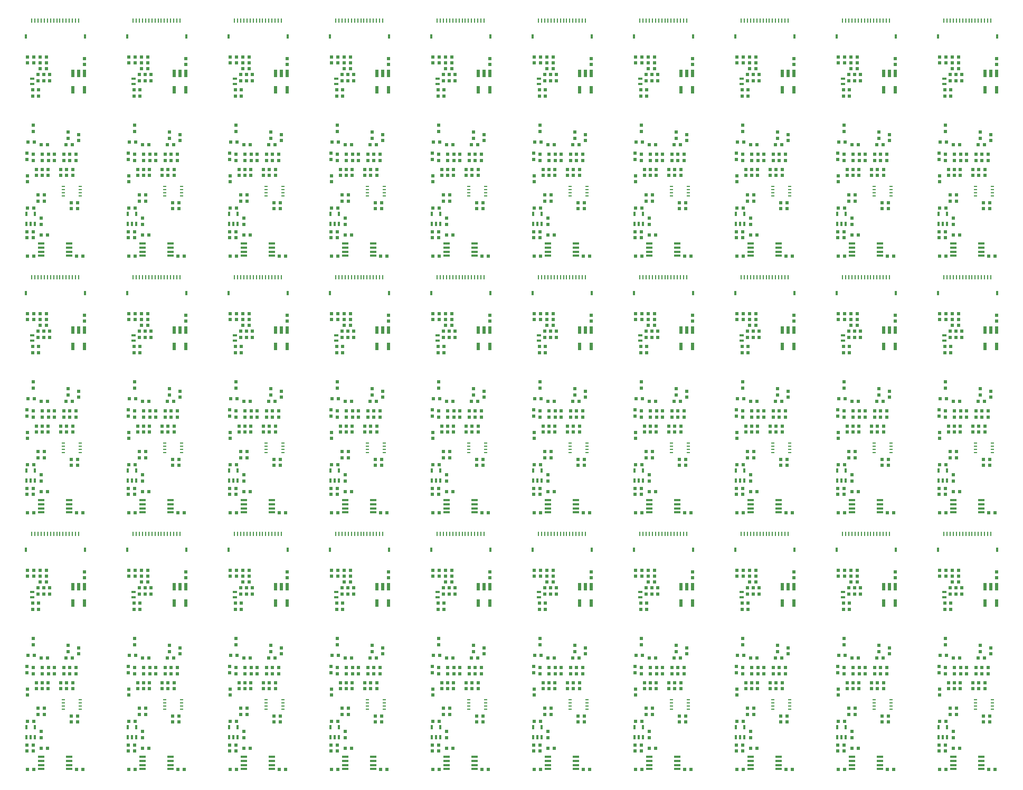
<source format=gbp>
G04 EAGLE Gerber RS-274X export*
G75*
%MOMM*%
%FSLAX34Y34*%
%LPD*%
%INSolderpaste Bottom*%
%IPPOS*%
%AMOC8*
5,1,8,0,0,1.08239X$1,22.5*%
G01*
%ADD10R,0.600000X0.600000*%
%ADD11R,0.400000X0.750000*%
%ADD12R,0.330200X0.685800*%
%ADD13R,0.500000X0.550000*%
%ADD14R,0.660400X0.355600*%
%ADD15R,0.550000X1.200000*%
%ADD16R,0.600000X0.250000*%
%ADD17R,0.400000X0.800000*%
%ADD18R,0.250000X0.650000*%
%ADD19R,1.100000X0.400000*%


D10*
X8970Y98425D03*
X18970Y98425D03*
D11*
X20470Y89530D03*
X7470Y89530D03*
D12*
X20701Y73025D03*
X13970Y73025D03*
X7239Y73025D03*
D10*
X18335Y60325D03*
X8335Y60325D03*
X18970Y21590D03*
X8970Y21590D03*
X80565Y200025D03*
X70565Y200025D03*
X90805Y206455D03*
X90805Y216455D03*
X73660Y210265D03*
X73660Y220265D03*
X86360Y184705D03*
X86360Y174705D03*
X67310Y184705D03*
X67310Y174705D03*
X76835Y184705D03*
X76835Y174705D03*
X36115Y119380D03*
X26115Y119380D03*
X26115Y109855D03*
X36115Y109855D03*
X17780Y221060D03*
X17780Y231060D03*
X30560Y200025D03*
X40560Y200025D03*
X19605Y204470D03*
X9605Y204470D03*
X8382Y150415D03*
X8382Y140415D03*
X41910Y160575D03*
X41910Y150575D03*
X22860Y160575D03*
X22860Y150575D03*
X32385Y160575D03*
X32385Y150575D03*
D13*
X32400Y184455D03*
X32400Y174955D03*
X18400Y174955D03*
X18400Y184455D03*
D10*
X52070Y184705D03*
X52070Y174705D03*
X42545Y184705D03*
X42545Y174705D03*
X8255Y176229D03*
X8255Y186229D03*
X18970Y340995D03*
X8970Y340995D03*
X8970Y331470D03*
X18970Y331470D03*
X17145Y278210D03*
X17145Y288210D03*
X26670Y278210D03*
X26670Y288210D03*
D14*
X16510Y305943D03*
X16510Y297307D03*
D10*
X34925Y302340D03*
X34925Y312340D03*
X44450Y302340D03*
X44450Y312340D03*
X29290Y321945D03*
X39290Y321945D03*
X29290Y331470D03*
X39290Y331470D03*
X29290Y340995D03*
X39290Y340995D03*
X25400Y302340D03*
X25400Y312340D03*
X62230Y160575D03*
X62230Y150575D03*
X81280Y160575D03*
X81280Y150575D03*
X71755Y160575D03*
X71755Y150575D03*
X87710Y21590D03*
X97710Y21590D03*
D15*
X81305Y313991D03*
X90805Y313991D03*
X100305Y313991D03*
X100305Y287989D03*
X81305Y287989D03*
D10*
X18335Y50800D03*
X8335Y50800D03*
X30480Y72470D03*
X30480Y82470D03*
X100330Y328375D03*
X100330Y338375D03*
D16*
X93260Y133230D03*
X93260Y128230D03*
X93260Y123230D03*
X93260Y118230D03*
X66760Y118230D03*
X66760Y123230D03*
X66760Y128230D03*
X66760Y133230D03*
D10*
X88820Y97790D03*
X78820Y97790D03*
X88820Y107315D03*
X78820Y107315D03*
D17*
X100840Y373945D03*
D18*
X90840Y398945D03*
X85840Y398945D03*
D17*
X5840Y373945D03*
D18*
X80840Y398945D03*
X75840Y398945D03*
X70840Y398945D03*
X65840Y398945D03*
X60840Y398945D03*
X55840Y398945D03*
X50840Y398945D03*
X45840Y398945D03*
X40840Y398945D03*
X35840Y398945D03*
X30840Y398945D03*
X25840Y398945D03*
X20840Y398945D03*
X15840Y398945D03*
D19*
X75840Y41500D03*
X75840Y35000D03*
X75840Y28500D03*
X75840Y22000D03*
X30840Y22000D03*
X30840Y28500D03*
X30840Y35000D03*
X30840Y41500D03*
D10*
X31195Y55245D03*
X41195Y55245D03*
X171530Y98425D03*
X181530Y98425D03*
D11*
X183030Y89530D03*
X170030Y89530D03*
D12*
X183261Y73025D03*
X176530Y73025D03*
X169799Y73025D03*
D10*
X180895Y60325D03*
X170895Y60325D03*
X181530Y21590D03*
X171530Y21590D03*
X243125Y200025D03*
X233125Y200025D03*
X253365Y206455D03*
X253365Y216455D03*
X236220Y210265D03*
X236220Y220265D03*
X248920Y184705D03*
X248920Y174705D03*
X229870Y184705D03*
X229870Y174705D03*
X239395Y184705D03*
X239395Y174705D03*
X198675Y119380D03*
X188675Y119380D03*
X188675Y109855D03*
X198675Y109855D03*
X180340Y221060D03*
X180340Y231060D03*
X193120Y200025D03*
X203120Y200025D03*
X182165Y204470D03*
X172165Y204470D03*
X170942Y150415D03*
X170942Y140415D03*
X204470Y160575D03*
X204470Y150575D03*
X185420Y160575D03*
X185420Y150575D03*
X194945Y160575D03*
X194945Y150575D03*
D13*
X194960Y184455D03*
X194960Y174955D03*
X180960Y174955D03*
X180960Y184455D03*
D10*
X214630Y184705D03*
X214630Y174705D03*
X205105Y184705D03*
X205105Y174705D03*
X170815Y176229D03*
X170815Y186229D03*
X181530Y340995D03*
X171530Y340995D03*
X171530Y331470D03*
X181530Y331470D03*
X179705Y278210D03*
X179705Y288210D03*
X189230Y278210D03*
X189230Y288210D03*
D14*
X179070Y305943D03*
X179070Y297307D03*
D10*
X197485Y302340D03*
X197485Y312340D03*
X207010Y302340D03*
X207010Y312340D03*
X191850Y321945D03*
X201850Y321945D03*
X191850Y331470D03*
X201850Y331470D03*
X191850Y340995D03*
X201850Y340995D03*
X187960Y302340D03*
X187960Y312340D03*
X224790Y160575D03*
X224790Y150575D03*
X243840Y160575D03*
X243840Y150575D03*
X234315Y160575D03*
X234315Y150575D03*
X250270Y21590D03*
X260270Y21590D03*
D15*
X243865Y313991D03*
X253365Y313991D03*
X262865Y313991D03*
X262865Y287989D03*
X243865Y287989D03*
D10*
X180895Y50800D03*
X170895Y50800D03*
X193040Y72470D03*
X193040Y82470D03*
X262890Y328375D03*
X262890Y338375D03*
D16*
X255820Y133230D03*
X255820Y128230D03*
X255820Y123230D03*
X255820Y118230D03*
X229320Y118230D03*
X229320Y123230D03*
X229320Y128230D03*
X229320Y133230D03*
D10*
X251380Y97790D03*
X241380Y97790D03*
X251380Y107315D03*
X241380Y107315D03*
D17*
X263400Y373945D03*
D18*
X253400Y398945D03*
X248400Y398945D03*
D17*
X168400Y373945D03*
D18*
X243400Y398945D03*
X238400Y398945D03*
X233400Y398945D03*
X228400Y398945D03*
X223400Y398945D03*
X218400Y398945D03*
X213400Y398945D03*
X208400Y398945D03*
X203400Y398945D03*
X198400Y398945D03*
X193400Y398945D03*
X188400Y398945D03*
X183400Y398945D03*
X178400Y398945D03*
D19*
X238400Y41500D03*
X238400Y35000D03*
X238400Y28500D03*
X238400Y22000D03*
X193400Y22000D03*
X193400Y28500D03*
X193400Y35000D03*
X193400Y41500D03*
D10*
X193755Y55245D03*
X203755Y55245D03*
X334090Y98425D03*
X344090Y98425D03*
D11*
X345590Y89530D03*
X332590Y89530D03*
D12*
X345821Y73025D03*
X339090Y73025D03*
X332359Y73025D03*
D10*
X343455Y60325D03*
X333455Y60325D03*
X344090Y21590D03*
X334090Y21590D03*
X405685Y200025D03*
X395685Y200025D03*
X415925Y206455D03*
X415925Y216455D03*
X398780Y210265D03*
X398780Y220265D03*
X411480Y184705D03*
X411480Y174705D03*
X392430Y184705D03*
X392430Y174705D03*
X401955Y184705D03*
X401955Y174705D03*
X361235Y119380D03*
X351235Y119380D03*
X351235Y109855D03*
X361235Y109855D03*
X342900Y221060D03*
X342900Y231060D03*
X355680Y200025D03*
X365680Y200025D03*
X344725Y204470D03*
X334725Y204470D03*
X333502Y150415D03*
X333502Y140415D03*
X367030Y160575D03*
X367030Y150575D03*
X347980Y160575D03*
X347980Y150575D03*
X357505Y160575D03*
X357505Y150575D03*
D13*
X357520Y184455D03*
X357520Y174955D03*
X343520Y174955D03*
X343520Y184455D03*
D10*
X377190Y184705D03*
X377190Y174705D03*
X367665Y184705D03*
X367665Y174705D03*
X333375Y176229D03*
X333375Y186229D03*
X344090Y340995D03*
X334090Y340995D03*
X334090Y331470D03*
X344090Y331470D03*
X342265Y278210D03*
X342265Y288210D03*
X351790Y278210D03*
X351790Y288210D03*
D14*
X341630Y305943D03*
X341630Y297307D03*
D10*
X360045Y302340D03*
X360045Y312340D03*
X369570Y302340D03*
X369570Y312340D03*
X354410Y321945D03*
X364410Y321945D03*
X354410Y331470D03*
X364410Y331470D03*
X354410Y340995D03*
X364410Y340995D03*
X350520Y302340D03*
X350520Y312340D03*
X387350Y160575D03*
X387350Y150575D03*
X406400Y160575D03*
X406400Y150575D03*
X396875Y160575D03*
X396875Y150575D03*
X412830Y21590D03*
X422830Y21590D03*
D15*
X406425Y313991D03*
X415925Y313991D03*
X425425Y313991D03*
X425425Y287989D03*
X406425Y287989D03*
D10*
X343455Y50800D03*
X333455Y50800D03*
X355600Y72470D03*
X355600Y82470D03*
X425450Y328375D03*
X425450Y338375D03*
D16*
X418380Y133230D03*
X418380Y128230D03*
X418380Y123230D03*
X418380Y118230D03*
X391880Y118230D03*
X391880Y123230D03*
X391880Y128230D03*
X391880Y133230D03*
D10*
X413940Y97790D03*
X403940Y97790D03*
X413940Y107315D03*
X403940Y107315D03*
D17*
X425960Y373945D03*
D18*
X415960Y398945D03*
X410960Y398945D03*
D17*
X330960Y373945D03*
D18*
X405960Y398945D03*
X400960Y398945D03*
X395960Y398945D03*
X390960Y398945D03*
X385960Y398945D03*
X380960Y398945D03*
X375960Y398945D03*
X370960Y398945D03*
X365960Y398945D03*
X360960Y398945D03*
X355960Y398945D03*
X350960Y398945D03*
X345960Y398945D03*
X340960Y398945D03*
D19*
X400960Y41500D03*
X400960Y35000D03*
X400960Y28500D03*
X400960Y22000D03*
X355960Y22000D03*
X355960Y28500D03*
X355960Y35000D03*
X355960Y41500D03*
D10*
X356315Y55245D03*
X366315Y55245D03*
X496650Y98425D03*
X506650Y98425D03*
D11*
X508150Y89530D03*
X495150Y89530D03*
D12*
X508381Y73025D03*
X501650Y73025D03*
X494919Y73025D03*
D10*
X506015Y60325D03*
X496015Y60325D03*
X506650Y21590D03*
X496650Y21590D03*
X568245Y200025D03*
X558245Y200025D03*
X578485Y206455D03*
X578485Y216455D03*
X561340Y210265D03*
X561340Y220265D03*
X574040Y184705D03*
X574040Y174705D03*
X554990Y184705D03*
X554990Y174705D03*
X564515Y184705D03*
X564515Y174705D03*
X523795Y119380D03*
X513795Y119380D03*
X513795Y109855D03*
X523795Y109855D03*
X505460Y221060D03*
X505460Y231060D03*
X518240Y200025D03*
X528240Y200025D03*
X507285Y204470D03*
X497285Y204470D03*
X496062Y150415D03*
X496062Y140415D03*
X529590Y160575D03*
X529590Y150575D03*
X510540Y160575D03*
X510540Y150575D03*
X520065Y160575D03*
X520065Y150575D03*
D13*
X520080Y184455D03*
X520080Y174955D03*
X506080Y174955D03*
X506080Y184455D03*
D10*
X539750Y184705D03*
X539750Y174705D03*
X530225Y184705D03*
X530225Y174705D03*
X495935Y176229D03*
X495935Y186229D03*
X506650Y340995D03*
X496650Y340995D03*
X496650Y331470D03*
X506650Y331470D03*
X504825Y278210D03*
X504825Y288210D03*
X514350Y278210D03*
X514350Y288210D03*
D14*
X504190Y305943D03*
X504190Y297307D03*
D10*
X522605Y302340D03*
X522605Y312340D03*
X532130Y302340D03*
X532130Y312340D03*
X516970Y321945D03*
X526970Y321945D03*
X516970Y331470D03*
X526970Y331470D03*
X516970Y340995D03*
X526970Y340995D03*
X513080Y302340D03*
X513080Y312340D03*
X549910Y160575D03*
X549910Y150575D03*
X568960Y160575D03*
X568960Y150575D03*
X559435Y160575D03*
X559435Y150575D03*
X575390Y21590D03*
X585390Y21590D03*
D15*
X568985Y313991D03*
X578485Y313991D03*
X587985Y313991D03*
X587985Y287989D03*
X568985Y287989D03*
D10*
X506015Y50800D03*
X496015Y50800D03*
X518160Y72470D03*
X518160Y82470D03*
X588010Y328375D03*
X588010Y338375D03*
D16*
X580940Y133230D03*
X580940Y128230D03*
X580940Y123230D03*
X580940Y118230D03*
X554440Y118230D03*
X554440Y123230D03*
X554440Y128230D03*
X554440Y133230D03*
D10*
X576500Y97790D03*
X566500Y97790D03*
X576500Y107315D03*
X566500Y107315D03*
D17*
X588520Y373945D03*
D18*
X578520Y398945D03*
X573520Y398945D03*
D17*
X493520Y373945D03*
D18*
X568520Y398945D03*
X563520Y398945D03*
X558520Y398945D03*
X553520Y398945D03*
X548520Y398945D03*
X543520Y398945D03*
X538520Y398945D03*
X533520Y398945D03*
X528520Y398945D03*
X523520Y398945D03*
X518520Y398945D03*
X513520Y398945D03*
X508520Y398945D03*
X503520Y398945D03*
D19*
X563520Y41500D03*
X563520Y35000D03*
X563520Y28500D03*
X563520Y22000D03*
X518520Y22000D03*
X518520Y28500D03*
X518520Y35000D03*
X518520Y41500D03*
D10*
X518875Y55245D03*
X528875Y55245D03*
X659210Y98425D03*
X669210Y98425D03*
D11*
X670710Y89530D03*
X657710Y89530D03*
D12*
X670941Y73025D03*
X664210Y73025D03*
X657479Y73025D03*
D10*
X668575Y60325D03*
X658575Y60325D03*
X669210Y21590D03*
X659210Y21590D03*
X730805Y200025D03*
X720805Y200025D03*
X741045Y206455D03*
X741045Y216455D03*
X723900Y210265D03*
X723900Y220265D03*
X736600Y184705D03*
X736600Y174705D03*
X717550Y184705D03*
X717550Y174705D03*
X727075Y184705D03*
X727075Y174705D03*
X686355Y119380D03*
X676355Y119380D03*
X676355Y109855D03*
X686355Y109855D03*
X668020Y221060D03*
X668020Y231060D03*
X680800Y200025D03*
X690800Y200025D03*
X669845Y204470D03*
X659845Y204470D03*
X658622Y150415D03*
X658622Y140415D03*
X692150Y160575D03*
X692150Y150575D03*
X673100Y160575D03*
X673100Y150575D03*
X682625Y160575D03*
X682625Y150575D03*
D13*
X682640Y184455D03*
X682640Y174955D03*
X668640Y174955D03*
X668640Y184455D03*
D10*
X702310Y184705D03*
X702310Y174705D03*
X692785Y184705D03*
X692785Y174705D03*
X658495Y176229D03*
X658495Y186229D03*
X669210Y340995D03*
X659210Y340995D03*
X659210Y331470D03*
X669210Y331470D03*
X667385Y278210D03*
X667385Y288210D03*
X676910Y278210D03*
X676910Y288210D03*
D14*
X666750Y305943D03*
X666750Y297307D03*
D10*
X685165Y302340D03*
X685165Y312340D03*
X694690Y302340D03*
X694690Y312340D03*
X679530Y321945D03*
X689530Y321945D03*
X679530Y331470D03*
X689530Y331470D03*
X679530Y340995D03*
X689530Y340995D03*
X675640Y302340D03*
X675640Y312340D03*
X712470Y160575D03*
X712470Y150575D03*
X731520Y160575D03*
X731520Y150575D03*
X721995Y160575D03*
X721995Y150575D03*
X737950Y21590D03*
X747950Y21590D03*
D15*
X731545Y313991D03*
X741045Y313991D03*
X750545Y313991D03*
X750545Y287989D03*
X731545Y287989D03*
D10*
X668575Y50800D03*
X658575Y50800D03*
X680720Y72470D03*
X680720Y82470D03*
X750570Y328375D03*
X750570Y338375D03*
D16*
X743500Y133230D03*
X743500Y128230D03*
X743500Y123230D03*
X743500Y118230D03*
X717000Y118230D03*
X717000Y123230D03*
X717000Y128230D03*
X717000Y133230D03*
D10*
X739060Y97790D03*
X729060Y97790D03*
X739060Y107315D03*
X729060Y107315D03*
D17*
X751080Y373945D03*
D18*
X741080Y398945D03*
X736080Y398945D03*
D17*
X656080Y373945D03*
D18*
X731080Y398945D03*
X726080Y398945D03*
X721080Y398945D03*
X716080Y398945D03*
X711080Y398945D03*
X706080Y398945D03*
X701080Y398945D03*
X696080Y398945D03*
X691080Y398945D03*
X686080Y398945D03*
X681080Y398945D03*
X676080Y398945D03*
X671080Y398945D03*
X666080Y398945D03*
D19*
X726080Y41500D03*
X726080Y35000D03*
X726080Y28500D03*
X726080Y22000D03*
X681080Y22000D03*
X681080Y28500D03*
X681080Y35000D03*
X681080Y41500D03*
D10*
X681435Y55245D03*
X691435Y55245D03*
X821770Y98425D03*
X831770Y98425D03*
D11*
X833270Y89530D03*
X820270Y89530D03*
D12*
X833501Y73025D03*
X826770Y73025D03*
X820039Y73025D03*
D10*
X831135Y60325D03*
X821135Y60325D03*
X831770Y21590D03*
X821770Y21590D03*
X893365Y200025D03*
X883365Y200025D03*
X903605Y206455D03*
X903605Y216455D03*
X886460Y210265D03*
X886460Y220265D03*
X899160Y184705D03*
X899160Y174705D03*
X880110Y184705D03*
X880110Y174705D03*
X889635Y184705D03*
X889635Y174705D03*
X848915Y119380D03*
X838915Y119380D03*
X838915Y109855D03*
X848915Y109855D03*
X830580Y221060D03*
X830580Y231060D03*
X843360Y200025D03*
X853360Y200025D03*
X832405Y204470D03*
X822405Y204470D03*
X821182Y150415D03*
X821182Y140415D03*
X854710Y160575D03*
X854710Y150575D03*
X835660Y160575D03*
X835660Y150575D03*
X845185Y160575D03*
X845185Y150575D03*
D13*
X845200Y184455D03*
X845200Y174955D03*
X831200Y174955D03*
X831200Y184455D03*
D10*
X864870Y184705D03*
X864870Y174705D03*
X855345Y184705D03*
X855345Y174705D03*
X821055Y176229D03*
X821055Y186229D03*
X831770Y340995D03*
X821770Y340995D03*
X821770Y331470D03*
X831770Y331470D03*
X829945Y278210D03*
X829945Y288210D03*
X839470Y278210D03*
X839470Y288210D03*
D14*
X829310Y305943D03*
X829310Y297307D03*
D10*
X847725Y302340D03*
X847725Y312340D03*
X857250Y302340D03*
X857250Y312340D03*
X842090Y321945D03*
X852090Y321945D03*
X842090Y331470D03*
X852090Y331470D03*
X842090Y340995D03*
X852090Y340995D03*
X838200Y302340D03*
X838200Y312340D03*
X875030Y160575D03*
X875030Y150575D03*
X894080Y160575D03*
X894080Y150575D03*
X884555Y160575D03*
X884555Y150575D03*
X900510Y21590D03*
X910510Y21590D03*
D15*
X894105Y313991D03*
X903605Y313991D03*
X913105Y313991D03*
X913105Y287989D03*
X894105Y287989D03*
D10*
X831135Y50800D03*
X821135Y50800D03*
X843280Y72470D03*
X843280Y82470D03*
X913130Y328375D03*
X913130Y338375D03*
D16*
X906060Y133230D03*
X906060Y128230D03*
X906060Y123230D03*
X906060Y118230D03*
X879560Y118230D03*
X879560Y123230D03*
X879560Y128230D03*
X879560Y133230D03*
D10*
X901620Y97790D03*
X891620Y97790D03*
X901620Y107315D03*
X891620Y107315D03*
D17*
X913640Y373945D03*
D18*
X903640Y398945D03*
X898640Y398945D03*
D17*
X818640Y373945D03*
D18*
X893640Y398945D03*
X888640Y398945D03*
X883640Y398945D03*
X878640Y398945D03*
X873640Y398945D03*
X868640Y398945D03*
X863640Y398945D03*
X858640Y398945D03*
X853640Y398945D03*
X848640Y398945D03*
X843640Y398945D03*
X838640Y398945D03*
X833640Y398945D03*
X828640Y398945D03*
D19*
X888640Y41500D03*
X888640Y35000D03*
X888640Y28500D03*
X888640Y22000D03*
X843640Y22000D03*
X843640Y28500D03*
X843640Y35000D03*
X843640Y41500D03*
D10*
X843995Y55245D03*
X853995Y55245D03*
X984330Y98425D03*
X994330Y98425D03*
D11*
X995830Y89530D03*
X982830Y89530D03*
D12*
X996061Y73025D03*
X989330Y73025D03*
X982599Y73025D03*
D10*
X993695Y60325D03*
X983695Y60325D03*
X994330Y21590D03*
X984330Y21590D03*
X1055925Y200025D03*
X1045925Y200025D03*
X1066165Y206455D03*
X1066165Y216455D03*
X1049020Y210265D03*
X1049020Y220265D03*
X1061720Y184705D03*
X1061720Y174705D03*
X1042670Y184705D03*
X1042670Y174705D03*
X1052195Y184705D03*
X1052195Y174705D03*
X1011475Y119380D03*
X1001475Y119380D03*
X1001475Y109855D03*
X1011475Y109855D03*
X993140Y221060D03*
X993140Y231060D03*
X1005920Y200025D03*
X1015920Y200025D03*
X994965Y204470D03*
X984965Y204470D03*
X983742Y150415D03*
X983742Y140415D03*
X1017270Y160575D03*
X1017270Y150575D03*
X998220Y160575D03*
X998220Y150575D03*
X1007745Y160575D03*
X1007745Y150575D03*
D13*
X1007760Y184455D03*
X1007760Y174955D03*
X993760Y174955D03*
X993760Y184455D03*
D10*
X1027430Y184705D03*
X1027430Y174705D03*
X1017905Y184705D03*
X1017905Y174705D03*
X983615Y176229D03*
X983615Y186229D03*
X994330Y340995D03*
X984330Y340995D03*
X984330Y331470D03*
X994330Y331470D03*
X992505Y278210D03*
X992505Y288210D03*
X1002030Y278210D03*
X1002030Y288210D03*
D14*
X991870Y305943D03*
X991870Y297307D03*
D10*
X1010285Y302340D03*
X1010285Y312340D03*
X1019810Y302340D03*
X1019810Y312340D03*
X1004650Y321945D03*
X1014650Y321945D03*
X1004650Y331470D03*
X1014650Y331470D03*
X1004650Y340995D03*
X1014650Y340995D03*
X1000760Y302340D03*
X1000760Y312340D03*
X1037590Y160575D03*
X1037590Y150575D03*
X1056640Y160575D03*
X1056640Y150575D03*
X1047115Y160575D03*
X1047115Y150575D03*
X1063070Y21590D03*
X1073070Y21590D03*
D15*
X1056665Y313991D03*
X1066165Y313991D03*
X1075665Y313991D03*
X1075665Y287989D03*
X1056665Y287989D03*
D10*
X993695Y50800D03*
X983695Y50800D03*
X1005840Y72470D03*
X1005840Y82470D03*
X1075690Y328375D03*
X1075690Y338375D03*
D16*
X1068620Y133230D03*
X1068620Y128230D03*
X1068620Y123230D03*
X1068620Y118230D03*
X1042120Y118230D03*
X1042120Y123230D03*
X1042120Y128230D03*
X1042120Y133230D03*
D10*
X1064180Y97790D03*
X1054180Y97790D03*
X1064180Y107315D03*
X1054180Y107315D03*
D17*
X1076200Y373945D03*
D18*
X1066200Y398945D03*
X1061200Y398945D03*
D17*
X981200Y373945D03*
D18*
X1056200Y398945D03*
X1051200Y398945D03*
X1046200Y398945D03*
X1041200Y398945D03*
X1036200Y398945D03*
X1031200Y398945D03*
X1026200Y398945D03*
X1021200Y398945D03*
X1016200Y398945D03*
X1011200Y398945D03*
X1006200Y398945D03*
X1001200Y398945D03*
X996200Y398945D03*
X991200Y398945D03*
D19*
X1051200Y41500D03*
X1051200Y35000D03*
X1051200Y28500D03*
X1051200Y22000D03*
X1006200Y22000D03*
X1006200Y28500D03*
X1006200Y35000D03*
X1006200Y41500D03*
D10*
X1006555Y55245D03*
X1016555Y55245D03*
X1146890Y98425D03*
X1156890Y98425D03*
D11*
X1158390Y89530D03*
X1145390Y89530D03*
D12*
X1158621Y73025D03*
X1151890Y73025D03*
X1145159Y73025D03*
D10*
X1156255Y60325D03*
X1146255Y60325D03*
X1156890Y21590D03*
X1146890Y21590D03*
X1218485Y200025D03*
X1208485Y200025D03*
X1228725Y206455D03*
X1228725Y216455D03*
X1211580Y210265D03*
X1211580Y220265D03*
X1224280Y184705D03*
X1224280Y174705D03*
X1205230Y184705D03*
X1205230Y174705D03*
X1214755Y184705D03*
X1214755Y174705D03*
X1174035Y119380D03*
X1164035Y119380D03*
X1164035Y109855D03*
X1174035Y109855D03*
X1155700Y221060D03*
X1155700Y231060D03*
X1168480Y200025D03*
X1178480Y200025D03*
X1157525Y204470D03*
X1147525Y204470D03*
X1146302Y150415D03*
X1146302Y140415D03*
X1179830Y160575D03*
X1179830Y150575D03*
X1160780Y160575D03*
X1160780Y150575D03*
X1170305Y160575D03*
X1170305Y150575D03*
D13*
X1170320Y184455D03*
X1170320Y174955D03*
X1156320Y174955D03*
X1156320Y184455D03*
D10*
X1189990Y184705D03*
X1189990Y174705D03*
X1180465Y184705D03*
X1180465Y174705D03*
X1146175Y176229D03*
X1146175Y186229D03*
X1156890Y340995D03*
X1146890Y340995D03*
X1146890Y331470D03*
X1156890Y331470D03*
X1155065Y278210D03*
X1155065Y288210D03*
X1164590Y278210D03*
X1164590Y288210D03*
D14*
X1154430Y305943D03*
X1154430Y297307D03*
D10*
X1172845Y302340D03*
X1172845Y312340D03*
X1182370Y302340D03*
X1182370Y312340D03*
X1167210Y321945D03*
X1177210Y321945D03*
X1167210Y331470D03*
X1177210Y331470D03*
X1167210Y340995D03*
X1177210Y340995D03*
X1163320Y302340D03*
X1163320Y312340D03*
X1200150Y160575D03*
X1200150Y150575D03*
X1219200Y160575D03*
X1219200Y150575D03*
X1209675Y160575D03*
X1209675Y150575D03*
X1225630Y21590D03*
X1235630Y21590D03*
D15*
X1219225Y313991D03*
X1228725Y313991D03*
X1238225Y313991D03*
X1238225Y287989D03*
X1219225Y287989D03*
D10*
X1156255Y50800D03*
X1146255Y50800D03*
X1168400Y72470D03*
X1168400Y82470D03*
X1238250Y328375D03*
X1238250Y338375D03*
D16*
X1231180Y133230D03*
X1231180Y128230D03*
X1231180Y123230D03*
X1231180Y118230D03*
X1204680Y118230D03*
X1204680Y123230D03*
X1204680Y128230D03*
X1204680Y133230D03*
D10*
X1226740Y97790D03*
X1216740Y97790D03*
X1226740Y107315D03*
X1216740Y107315D03*
D17*
X1238760Y373945D03*
D18*
X1228760Y398945D03*
X1223760Y398945D03*
D17*
X1143760Y373945D03*
D18*
X1218760Y398945D03*
X1213760Y398945D03*
X1208760Y398945D03*
X1203760Y398945D03*
X1198760Y398945D03*
X1193760Y398945D03*
X1188760Y398945D03*
X1183760Y398945D03*
X1178760Y398945D03*
X1173760Y398945D03*
X1168760Y398945D03*
X1163760Y398945D03*
X1158760Y398945D03*
X1153760Y398945D03*
D19*
X1213760Y41500D03*
X1213760Y35000D03*
X1213760Y28500D03*
X1213760Y22000D03*
X1168760Y22000D03*
X1168760Y28500D03*
X1168760Y35000D03*
X1168760Y41500D03*
D10*
X1169115Y55245D03*
X1179115Y55245D03*
X1309450Y98425D03*
X1319450Y98425D03*
D11*
X1320950Y89530D03*
X1307950Y89530D03*
D12*
X1321181Y73025D03*
X1314450Y73025D03*
X1307719Y73025D03*
D10*
X1318815Y60325D03*
X1308815Y60325D03*
X1319450Y21590D03*
X1309450Y21590D03*
X1381045Y200025D03*
X1371045Y200025D03*
X1391285Y206455D03*
X1391285Y216455D03*
X1374140Y210265D03*
X1374140Y220265D03*
X1386840Y184705D03*
X1386840Y174705D03*
X1367790Y184705D03*
X1367790Y174705D03*
X1377315Y184705D03*
X1377315Y174705D03*
X1336595Y119380D03*
X1326595Y119380D03*
X1326595Y109855D03*
X1336595Y109855D03*
X1318260Y221060D03*
X1318260Y231060D03*
X1331040Y200025D03*
X1341040Y200025D03*
X1320085Y204470D03*
X1310085Y204470D03*
X1308862Y150415D03*
X1308862Y140415D03*
X1342390Y160575D03*
X1342390Y150575D03*
X1323340Y160575D03*
X1323340Y150575D03*
X1332865Y160575D03*
X1332865Y150575D03*
D13*
X1332880Y184455D03*
X1332880Y174955D03*
X1318880Y174955D03*
X1318880Y184455D03*
D10*
X1352550Y184705D03*
X1352550Y174705D03*
X1343025Y184705D03*
X1343025Y174705D03*
X1308735Y176229D03*
X1308735Y186229D03*
X1319450Y340995D03*
X1309450Y340995D03*
X1309450Y331470D03*
X1319450Y331470D03*
X1317625Y278210D03*
X1317625Y288210D03*
X1327150Y278210D03*
X1327150Y288210D03*
D14*
X1316990Y305943D03*
X1316990Y297307D03*
D10*
X1335405Y302340D03*
X1335405Y312340D03*
X1344930Y302340D03*
X1344930Y312340D03*
X1329770Y321945D03*
X1339770Y321945D03*
X1329770Y331470D03*
X1339770Y331470D03*
X1329770Y340995D03*
X1339770Y340995D03*
X1325880Y302340D03*
X1325880Y312340D03*
X1362710Y160575D03*
X1362710Y150575D03*
X1381760Y160575D03*
X1381760Y150575D03*
X1372235Y160575D03*
X1372235Y150575D03*
X1388190Y21590D03*
X1398190Y21590D03*
D15*
X1381785Y313991D03*
X1391285Y313991D03*
X1400785Y313991D03*
X1400785Y287989D03*
X1381785Y287989D03*
D10*
X1318815Y50800D03*
X1308815Y50800D03*
X1330960Y72470D03*
X1330960Y82470D03*
X1400810Y328375D03*
X1400810Y338375D03*
D16*
X1393740Y133230D03*
X1393740Y128230D03*
X1393740Y123230D03*
X1393740Y118230D03*
X1367240Y118230D03*
X1367240Y123230D03*
X1367240Y128230D03*
X1367240Y133230D03*
D10*
X1389300Y97790D03*
X1379300Y97790D03*
X1389300Y107315D03*
X1379300Y107315D03*
D17*
X1401320Y373945D03*
D18*
X1391320Y398945D03*
X1386320Y398945D03*
D17*
X1306320Y373945D03*
D18*
X1381320Y398945D03*
X1376320Y398945D03*
X1371320Y398945D03*
X1366320Y398945D03*
X1361320Y398945D03*
X1356320Y398945D03*
X1351320Y398945D03*
X1346320Y398945D03*
X1341320Y398945D03*
X1336320Y398945D03*
X1331320Y398945D03*
X1326320Y398945D03*
X1321320Y398945D03*
X1316320Y398945D03*
D19*
X1376320Y41500D03*
X1376320Y35000D03*
X1376320Y28500D03*
X1376320Y22000D03*
X1331320Y22000D03*
X1331320Y28500D03*
X1331320Y35000D03*
X1331320Y41500D03*
D10*
X1331675Y55245D03*
X1341675Y55245D03*
X1472010Y98425D03*
X1482010Y98425D03*
D11*
X1483510Y89530D03*
X1470510Y89530D03*
D12*
X1483741Y73025D03*
X1477010Y73025D03*
X1470279Y73025D03*
D10*
X1481375Y60325D03*
X1471375Y60325D03*
X1482010Y21590D03*
X1472010Y21590D03*
X1543605Y200025D03*
X1533605Y200025D03*
X1553845Y206455D03*
X1553845Y216455D03*
X1536700Y210265D03*
X1536700Y220265D03*
X1549400Y184705D03*
X1549400Y174705D03*
X1530350Y184705D03*
X1530350Y174705D03*
X1539875Y184705D03*
X1539875Y174705D03*
X1499155Y119380D03*
X1489155Y119380D03*
X1489155Y109855D03*
X1499155Y109855D03*
X1480820Y221060D03*
X1480820Y231060D03*
X1493600Y200025D03*
X1503600Y200025D03*
X1482645Y204470D03*
X1472645Y204470D03*
X1471422Y150415D03*
X1471422Y140415D03*
X1504950Y160575D03*
X1504950Y150575D03*
X1485900Y160575D03*
X1485900Y150575D03*
X1495425Y160575D03*
X1495425Y150575D03*
D13*
X1495440Y184455D03*
X1495440Y174955D03*
X1481440Y174955D03*
X1481440Y184455D03*
D10*
X1515110Y184705D03*
X1515110Y174705D03*
X1505585Y184705D03*
X1505585Y174705D03*
X1471295Y176229D03*
X1471295Y186229D03*
X1482010Y340995D03*
X1472010Y340995D03*
X1472010Y331470D03*
X1482010Y331470D03*
X1480185Y278210D03*
X1480185Y288210D03*
X1489710Y278210D03*
X1489710Y288210D03*
D14*
X1479550Y305943D03*
X1479550Y297307D03*
D10*
X1497965Y302340D03*
X1497965Y312340D03*
X1507490Y302340D03*
X1507490Y312340D03*
X1492330Y321945D03*
X1502330Y321945D03*
X1492330Y331470D03*
X1502330Y331470D03*
X1492330Y340995D03*
X1502330Y340995D03*
X1488440Y302340D03*
X1488440Y312340D03*
X1525270Y160575D03*
X1525270Y150575D03*
X1544320Y160575D03*
X1544320Y150575D03*
X1534795Y160575D03*
X1534795Y150575D03*
X1550750Y21590D03*
X1560750Y21590D03*
D15*
X1544345Y313991D03*
X1553845Y313991D03*
X1563345Y313991D03*
X1563345Y287989D03*
X1544345Y287989D03*
D10*
X1481375Y50800D03*
X1471375Y50800D03*
X1493520Y72470D03*
X1493520Y82470D03*
X1563370Y328375D03*
X1563370Y338375D03*
D16*
X1556300Y133230D03*
X1556300Y128230D03*
X1556300Y123230D03*
X1556300Y118230D03*
X1529800Y118230D03*
X1529800Y123230D03*
X1529800Y128230D03*
X1529800Y133230D03*
D10*
X1551860Y97790D03*
X1541860Y97790D03*
X1551860Y107315D03*
X1541860Y107315D03*
D17*
X1563880Y373945D03*
D18*
X1553880Y398945D03*
X1548880Y398945D03*
D17*
X1468880Y373945D03*
D18*
X1543880Y398945D03*
X1538880Y398945D03*
X1533880Y398945D03*
X1528880Y398945D03*
X1523880Y398945D03*
X1518880Y398945D03*
X1513880Y398945D03*
X1508880Y398945D03*
X1503880Y398945D03*
X1498880Y398945D03*
X1493880Y398945D03*
X1488880Y398945D03*
X1483880Y398945D03*
X1478880Y398945D03*
D19*
X1538880Y41500D03*
X1538880Y35000D03*
X1538880Y28500D03*
X1538880Y22000D03*
X1493880Y22000D03*
X1493880Y28500D03*
X1493880Y35000D03*
X1493880Y41500D03*
D10*
X1494235Y55245D03*
X1504235Y55245D03*
X8970Y509905D03*
X18970Y509905D03*
D11*
X20470Y501010D03*
X7470Y501010D03*
D12*
X20701Y484505D03*
X13970Y484505D03*
X7239Y484505D03*
D10*
X18335Y471805D03*
X8335Y471805D03*
X18970Y433070D03*
X8970Y433070D03*
X80565Y611505D03*
X70565Y611505D03*
X90805Y617935D03*
X90805Y627935D03*
X73660Y621745D03*
X73660Y631745D03*
X86360Y596185D03*
X86360Y586185D03*
X67310Y596185D03*
X67310Y586185D03*
X76835Y596185D03*
X76835Y586185D03*
X36115Y530860D03*
X26115Y530860D03*
X26115Y521335D03*
X36115Y521335D03*
X17780Y632540D03*
X17780Y642540D03*
X30560Y611505D03*
X40560Y611505D03*
X19605Y615950D03*
X9605Y615950D03*
X8382Y561895D03*
X8382Y551895D03*
X41910Y572055D03*
X41910Y562055D03*
X22860Y572055D03*
X22860Y562055D03*
X32385Y572055D03*
X32385Y562055D03*
D13*
X32400Y595935D03*
X32400Y586435D03*
X18400Y586435D03*
X18400Y595935D03*
D10*
X52070Y596185D03*
X52070Y586185D03*
X42545Y596185D03*
X42545Y586185D03*
X8255Y587709D03*
X8255Y597709D03*
X18970Y752475D03*
X8970Y752475D03*
X8970Y742950D03*
X18970Y742950D03*
X17145Y689690D03*
X17145Y699690D03*
X26670Y689690D03*
X26670Y699690D03*
D14*
X16510Y717423D03*
X16510Y708787D03*
D10*
X34925Y713820D03*
X34925Y723820D03*
X44450Y713820D03*
X44450Y723820D03*
X29290Y733425D03*
X39290Y733425D03*
X29290Y742950D03*
X39290Y742950D03*
X29290Y752475D03*
X39290Y752475D03*
X25400Y713820D03*
X25400Y723820D03*
X62230Y572055D03*
X62230Y562055D03*
X81280Y572055D03*
X81280Y562055D03*
X71755Y572055D03*
X71755Y562055D03*
X87710Y433070D03*
X97710Y433070D03*
D15*
X81305Y725471D03*
X90805Y725471D03*
X100305Y725471D03*
X100305Y699469D03*
X81305Y699469D03*
D10*
X18335Y462280D03*
X8335Y462280D03*
X30480Y483950D03*
X30480Y493950D03*
X100330Y739855D03*
X100330Y749855D03*
D16*
X93260Y544710D03*
X93260Y539710D03*
X93260Y534710D03*
X93260Y529710D03*
X66760Y529710D03*
X66760Y534710D03*
X66760Y539710D03*
X66760Y544710D03*
D10*
X88820Y509270D03*
X78820Y509270D03*
X88820Y518795D03*
X78820Y518795D03*
D17*
X100840Y785425D03*
D18*
X90840Y810425D03*
X85840Y810425D03*
D17*
X5840Y785425D03*
D18*
X80840Y810425D03*
X75840Y810425D03*
X70840Y810425D03*
X65840Y810425D03*
X60840Y810425D03*
X55840Y810425D03*
X50840Y810425D03*
X45840Y810425D03*
X40840Y810425D03*
X35840Y810425D03*
X30840Y810425D03*
X25840Y810425D03*
X20840Y810425D03*
X15840Y810425D03*
D19*
X75840Y452980D03*
X75840Y446480D03*
X75840Y439980D03*
X75840Y433480D03*
X30840Y433480D03*
X30840Y439980D03*
X30840Y446480D03*
X30840Y452980D03*
D10*
X31195Y466725D03*
X41195Y466725D03*
X171530Y509905D03*
X181530Y509905D03*
D11*
X183030Y501010D03*
X170030Y501010D03*
D12*
X183261Y484505D03*
X176530Y484505D03*
X169799Y484505D03*
D10*
X180895Y471805D03*
X170895Y471805D03*
X181530Y433070D03*
X171530Y433070D03*
X243125Y611505D03*
X233125Y611505D03*
X253365Y617935D03*
X253365Y627935D03*
X236220Y621745D03*
X236220Y631745D03*
X248920Y596185D03*
X248920Y586185D03*
X229870Y596185D03*
X229870Y586185D03*
X239395Y596185D03*
X239395Y586185D03*
X198675Y530860D03*
X188675Y530860D03*
X188675Y521335D03*
X198675Y521335D03*
X180340Y632540D03*
X180340Y642540D03*
X193120Y611505D03*
X203120Y611505D03*
X182165Y615950D03*
X172165Y615950D03*
X170942Y561895D03*
X170942Y551895D03*
X204470Y572055D03*
X204470Y562055D03*
X185420Y572055D03*
X185420Y562055D03*
X194945Y572055D03*
X194945Y562055D03*
D13*
X194960Y595935D03*
X194960Y586435D03*
X180960Y586435D03*
X180960Y595935D03*
D10*
X214630Y596185D03*
X214630Y586185D03*
X205105Y596185D03*
X205105Y586185D03*
X170815Y587709D03*
X170815Y597709D03*
X181530Y752475D03*
X171530Y752475D03*
X171530Y742950D03*
X181530Y742950D03*
X179705Y689690D03*
X179705Y699690D03*
X189230Y689690D03*
X189230Y699690D03*
D14*
X179070Y717423D03*
X179070Y708787D03*
D10*
X197485Y713820D03*
X197485Y723820D03*
X207010Y713820D03*
X207010Y723820D03*
X191850Y733425D03*
X201850Y733425D03*
X191850Y742950D03*
X201850Y742950D03*
X191850Y752475D03*
X201850Y752475D03*
X187960Y713820D03*
X187960Y723820D03*
X224790Y572055D03*
X224790Y562055D03*
X243840Y572055D03*
X243840Y562055D03*
X234315Y572055D03*
X234315Y562055D03*
X250270Y433070D03*
X260270Y433070D03*
D15*
X243865Y725471D03*
X253365Y725471D03*
X262865Y725471D03*
X262865Y699469D03*
X243865Y699469D03*
D10*
X180895Y462280D03*
X170895Y462280D03*
X193040Y483950D03*
X193040Y493950D03*
X262890Y739855D03*
X262890Y749855D03*
D16*
X255820Y544710D03*
X255820Y539710D03*
X255820Y534710D03*
X255820Y529710D03*
X229320Y529710D03*
X229320Y534710D03*
X229320Y539710D03*
X229320Y544710D03*
D10*
X251380Y509270D03*
X241380Y509270D03*
X251380Y518795D03*
X241380Y518795D03*
D17*
X263400Y785425D03*
D18*
X253400Y810425D03*
X248400Y810425D03*
D17*
X168400Y785425D03*
D18*
X243400Y810425D03*
X238400Y810425D03*
X233400Y810425D03*
X228400Y810425D03*
X223400Y810425D03*
X218400Y810425D03*
X213400Y810425D03*
X208400Y810425D03*
X203400Y810425D03*
X198400Y810425D03*
X193400Y810425D03*
X188400Y810425D03*
X183400Y810425D03*
X178400Y810425D03*
D19*
X238400Y452980D03*
X238400Y446480D03*
X238400Y439980D03*
X238400Y433480D03*
X193400Y433480D03*
X193400Y439980D03*
X193400Y446480D03*
X193400Y452980D03*
D10*
X193755Y466725D03*
X203755Y466725D03*
X334090Y509905D03*
X344090Y509905D03*
D11*
X345590Y501010D03*
X332590Y501010D03*
D12*
X345821Y484505D03*
X339090Y484505D03*
X332359Y484505D03*
D10*
X343455Y471805D03*
X333455Y471805D03*
X344090Y433070D03*
X334090Y433070D03*
X405685Y611505D03*
X395685Y611505D03*
X415925Y617935D03*
X415925Y627935D03*
X398780Y621745D03*
X398780Y631745D03*
X411480Y596185D03*
X411480Y586185D03*
X392430Y596185D03*
X392430Y586185D03*
X401955Y596185D03*
X401955Y586185D03*
X361235Y530860D03*
X351235Y530860D03*
X351235Y521335D03*
X361235Y521335D03*
X342900Y632540D03*
X342900Y642540D03*
X355680Y611505D03*
X365680Y611505D03*
X344725Y615950D03*
X334725Y615950D03*
X333502Y561895D03*
X333502Y551895D03*
X367030Y572055D03*
X367030Y562055D03*
X347980Y572055D03*
X347980Y562055D03*
X357505Y572055D03*
X357505Y562055D03*
D13*
X357520Y595935D03*
X357520Y586435D03*
X343520Y586435D03*
X343520Y595935D03*
D10*
X377190Y596185D03*
X377190Y586185D03*
X367665Y596185D03*
X367665Y586185D03*
X333375Y587709D03*
X333375Y597709D03*
X344090Y752475D03*
X334090Y752475D03*
X334090Y742950D03*
X344090Y742950D03*
X342265Y689690D03*
X342265Y699690D03*
X351790Y689690D03*
X351790Y699690D03*
D14*
X341630Y717423D03*
X341630Y708787D03*
D10*
X360045Y713820D03*
X360045Y723820D03*
X369570Y713820D03*
X369570Y723820D03*
X354410Y733425D03*
X364410Y733425D03*
X354410Y742950D03*
X364410Y742950D03*
X354410Y752475D03*
X364410Y752475D03*
X350520Y713820D03*
X350520Y723820D03*
X387350Y572055D03*
X387350Y562055D03*
X406400Y572055D03*
X406400Y562055D03*
X396875Y572055D03*
X396875Y562055D03*
X412830Y433070D03*
X422830Y433070D03*
D15*
X406425Y725471D03*
X415925Y725471D03*
X425425Y725471D03*
X425425Y699469D03*
X406425Y699469D03*
D10*
X343455Y462280D03*
X333455Y462280D03*
X355600Y483950D03*
X355600Y493950D03*
X425450Y739855D03*
X425450Y749855D03*
D16*
X418380Y544710D03*
X418380Y539710D03*
X418380Y534710D03*
X418380Y529710D03*
X391880Y529710D03*
X391880Y534710D03*
X391880Y539710D03*
X391880Y544710D03*
D10*
X413940Y509270D03*
X403940Y509270D03*
X413940Y518795D03*
X403940Y518795D03*
D17*
X425960Y785425D03*
D18*
X415960Y810425D03*
X410960Y810425D03*
D17*
X330960Y785425D03*
D18*
X405960Y810425D03*
X400960Y810425D03*
X395960Y810425D03*
X390960Y810425D03*
X385960Y810425D03*
X380960Y810425D03*
X375960Y810425D03*
X370960Y810425D03*
X365960Y810425D03*
X360960Y810425D03*
X355960Y810425D03*
X350960Y810425D03*
X345960Y810425D03*
X340960Y810425D03*
D19*
X400960Y452980D03*
X400960Y446480D03*
X400960Y439980D03*
X400960Y433480D03*
X355960Y433480D03*
X355960Y439980D03*
X355960Y446480D03*
X355960Y452980D03*
D10*
X356315Y466725D03*
X366315Y466725D03*
X496650Y509905D03*
X506650Y509905D03*
D11*
X508150Y501010D03*
X495150Y501010D03*
D12*
X508381Y484505D03*
X501650Y484505D03*
X494919Y484505D03*
D10*
X506015Y471805D03*
X496015Y471805D03*
X506650Y433070D03*
X496650Y433070D03*
X568245Y611505D03*
X558245Y611505D03*
X578485Y617935D03*
X578485Y627935D03*
X561340Y621745D03*
X561340Y631745D03*
X574040Y596185D03*
X574040Y586185D03*
X554990Y596185D03*
X554990Y586185D03*
X564515Y596185D03*
X564515Y586185D03*
X523795Y530860D03*
X513795Y530860D03*
X513795Y521335D03*
X523795Y521335D03*
X505460Y632540D03*
X505460Y642540D03*
X518240Y611505D03*
X528240Y611505D03*
X507285Y615950D03*
X497285Y615950D03*
X496062Y561895D03*
X496062Y551895D03*
X529590Y572055D03*
X529590Y562055D03*
X510540Y572055D03*
X510540Y562055D03*
X520065Y572055D03*
X520065Y562055D03*
D13*
X520080Y595935D03*
X520080Y586435D03*
X506080Y586435D03*
X506080Y595935D03*
D10*
X539750Y596185D03*
X539750Y586185D03*
X530225Y596185D03*
X530225Y586185D03*
X495935Y587709D03*
X495935Y597709D03*
X506650Y752475D03*
X496650Y752475D03*
X496650Y742950D03*
X506650Y742950D03*
X504825Y689690D03*
X504825Y699690D03*
X514350Y689690D03*
X514350Y699690D03*
D14*
X504190Y717423D03*
X504190Y708787D03*
D10*
X522605Y713820D03*
X522605Y723820D03*
X532130Y713820D03*
X532130Y723820D03*
X516970Y733425D03*
X526970Y733425D03*
X516970Y742950D03*
X526970Y742950D03*
X516970Y752475D03*
X526970Y752475D03*
X513080Y713820D03*
X513080Y723820D03*
X549910Y572055D03*
X549910Y562055D03*
X568960Y572055D03*
X568960Y562055D03*
X559435Y572055D03*
X559435Y562055D03*
X575390Y433070D03*
X585390Y433070D03*
D15*
X568985Y725471D03*
X578485Y725471D03*
X587985Y725471D03*
X587985Y699469D03*
X568985Y699469D03*
D10*
X506015Y462280D03*
X496015Y462280D03*
X518160Y483950D03*
X518160Y493950D03*
X588010Y739855D03*
X588010Y749855D03*
D16*
X580940Y544710D03*
X580940Y539710D03*
X580940Y534710D03*
X580940Y529710D03*
X554440Y529710D03*
X554440Y534710D03*
X554440Y539710D03*
X554440Y544710D03*
D10*
X576500Y509270D03*
X566500Y509270D03*
X576500Y518795D03*
X566500Y518795D03*
D17*
X588520Y785425D03*
D18*
X578520Y810425D03*
X573520Y810425D03*
D17*
X493520Y785425D03*
D18*
X568520Y810425D03*
X563520Y810425D03*
X558520Y810425D03*
X553520Y810425D03*
X548520Y810425D03*
X543520Y810425D03*
X538520Y810425D03*
X533520Y810425D03*
X528520Y810425D03*
X523520Y810425D03*
X518520Y810425D03*
X513520Y810425D03*
X508520Y810425D03*
X503520Y810425D03*
D19*
X563520Y452980D03*
X563520Y446480D03*
X563520Y439980D03*
X563520Y433480D03*
X518520Y433480D03*
X518520Y439980D03*
X518520Y446480D03*
X518520Y452980D03*
D10*
X518875Y466725D03*
X528875Y466725D03*
X659210Y509905D03*
X669210Y509905D03*
D11*
X670710Y501010D03*
X657710Y501010D03*
D12*
X670941Y484505D03*
X664210Y484505D03*
X657479Y484505D03*
D10*
X668575Y471805D03*
X658575Y471805D03*
X669210Y433070D03*
X659210Y433070D03*
X730805Y611505D03*
X720805Y611505D03*
X741045Y617935D03*
X741045Y627935D03*
X723900Y621745D03*
X723900Y631745D03*
X736600Y596185D03*
X736600Y586185D03*
X717550Y596185D03*
X717550Y586185D03*
X727075Y596185D03*
X727075Y586185D03*
X686355Y530860D03*
X676355Y530860D03*
X676355Y521335D03*
X686355Y521335D03*
X668020Y632540D03*
X668020Y642540D03*
X680800Y611505D03*
X690800Y611505D03*
X669845Y615950D03*
X659845Y615950D03*
X658622Y561895D03*
X658622Y551895D03*
X692150Y572055D03*
X692150Y562055D03*
X673100Y572055D03*
X673100Y562055D03*
X682625Y572055D03*
X682625Y562055D03*
D13*
X682640Y595935D03*
X682640Y586435D03*
X668640Y586435D03*
X668640Y595935D03*
D10*
X702310Y596185D03*
X702310Y586185D03*
X692785Y596185D03*
X692785Y586185D03*
X658495Y587709D03*
X658495Y597709D03*
X669210Y752475D03*
X659210Y752475D03*
X659210Y742950D03*
X669210Y742950D03*
X667385Y689690D03*
X667385Y699690D03*
X676910Y689690D03*
X676910Y699690D03*
D14*
X666750Y717423D03*
X666750Y708787D03*
D10*
X685165Y713820D03*
X685165Y723820D03*
X694690Y713820D03*
X694690Y723820D03*
X679530Y733425D03*
X689530Y733425D03*
X679530Y742950D03*
X689530Y742950D03*
X679530Y752475D03*
X689530Y752475D03*
X675640Y713820D03*
X675640Y723820D03*
X712470Y572055D03*
X712470Y562055D03*
X731520Y572055D03*
X731520Y562055D03*
X721995Y572055D03*
X721995Y562055D03*
X737950Y433070D03*
X747950Y433070D03*
D15*
X731545Y725471D03*
X741045Y725471D03*
X750545Y725471D03*
X750545Y699469D03*
X731545Y699469D03*
D10*
X668575Y462280D03*
X658575Y462280D03*
X680720Y483950D03*
X680720Y493950D03*
X750570Y739855D03*
X750570Y749855D03*
D16*
X743500Y544710D03*
X743500Y539710D03*
X743500Y534710D03*
X743500Y529710D03*
X717000Y529710D03*
X717000Y534710D03*
X717000Y539710D03*
X717000Y544710D03*
D10*
X739060Y509270D03*
X729060Y509270D03*
X739060Y518795D03*
X729060Y518795D03*
D17*
X751080Y785425D03*
D18*
X741080Y810425D03*
X736080Y810425D03*
D17*
X656080Y785425D03*
D18*
X731080Y810425D03*
X726080Y810425D03*
X721080Y810425D03*
X716080Y810425D03*
X711080Y810425D03*
X706080Y810425D03*
X701080Y810425D03*
X696080Y810425D03*
X691080Y810425D03*
X686080Y810425D03*
X681080Y810425D03*
X676080Y810425D03*
X671080Y810425D03*
X666080Y810425D03*
D19*
X726080Y452980D03*
X726080Y446480D03*
X726080Y439980D03*
X726080Y433480D03*
X681080Y433480D03*
X681080Y439980D03*
X681080Y446480D03*
X681080Y452980D03*
D10*
X681435Y466725D03*
X691435Y466725D03*
X821770Y509905D03*
X831770Y509905D03*
D11*
X833270Y501010D03*
X820270Y501010D03*
D12*
X833501Y484505D03*
X826770Y484505D03*
X820039Y484505D03*
D10*
X831135Y471805D03*
X821135Y471805D03*
X831770Y433070D03*
X821770Y433070D03*
X893365Y611505D03*
X883365Y611505D03*
X903605Y617935D03*
X903605Y627935D03*
X886460Y621745D03*
X886460Y631745D03*
X899160Y596185D03*
X899160Y586185D03*
X880110Y596185D03*
X880110Y586185D03*
X889635Y596185D03*
X889635Y586185D03*
X848915Y530860D03*
X838915Y530860D03*
X838915Y521335D03*
X848915Y521335D03*
X830580Y632540D03*
X830580Y642540D03*
X843360Y611505D03*
X853360Y611505D03*
X832405Y615950D03*
X822405Y615950D03*
X821182Y561895D03*
X821182Y551895D03*
X854710Y572055D03*
X854710Y562055D03*
X835660Y572055D03*
X835660Y562055D03*
X845185Y572055D03*
X845185Y562055D03*
D13*
X845200Y595935D03*
X845200Y586435D03*
X831200Y586435D03*
X831200Y595935D03*
D10*
X864870Y596185D03*
X864870Y586185D03*
X855345Y596185D03*
X855345Y586185D03*
X821055Y587709D03*
X821055Y597709D03*
X831770Y752475D03*
X821770Y752475D03*
X821770Y742950D03*
X831770Y742950D03*
X829945Y689690D03*
X829945Y699690D03*
X839470Y689690D03*
X839470Y699690D03*
D14*
X829310Y717423D03*
X829310Y708787D03*
D10*
X847725Y713820D03*
X847725Y723820D03*
X857250Y713820D03*
X857250Y723820D03*
X842090Y733425D03*
X852090Y733425D03*
X842090Y742950D03*
X852090Y742950D03*
X842090Y752475D03*
X852090Y752475D03*
X838200Y713820D03*
X838200Y723820D03*
X875030Y572055D03*
X875030Y562055D03*
X894080Y572055D03*
X894080Y562055D03*
X884555Y572055D03*
X884555Y562055D03*
X900510Y433070D03*
X910510Y433070D03*
D15*
X894105Y725471D03*
X903605Y725471D03*
X913105Y725471D03*
X913105Y699469D03*
X894105Y699469D03*
D10*
X831135Y462280D03*
X821135Y462280D03*
X843280Y483950D03*
X843280Y493950D03*
X913130Y739855D03*
X913130Y749855D03*
D16*
X906060Y544710D03*
X906060Y539710D03*
X906060Y534710D03*
X906060Y529710D03*
X879560Y529710D03*
X879560Y534710D03*
X879560Y539710D03*
X879560Y544710D03*
D10*
X901620Y509270D03*
X891620Y509270D03*
X901620Y518795D03*
X891620Y518795D03*
D17*
X913640Y785425D03*
D18*
X903640Y810425D03*
X898640Y810425D03*
D17*
X818640Y785425D03*
D18*
X893640Y810425D03*
X888640Y810425D03*
X883640Y810425D03*
X878640Y810425D03*
X873640Y810425D03*
X868640Y810425D03*
X863640Y810425D03*
X858640Y810425D03*
X853640Y810425D03*
X848640Y810425D03*
X843640Y810425D03*
X838640Y810425D03*
X833640Y810425D03*
X828640Y810425D03*
D19*
X888640Y452980D03*
X888640Y446480D03*
X888640Y439980D03*
X888640Y433480D03*
X843640Y433480D03*
X843640Y439980D03*
X843640Y446480D03*
X843640Y452980D03*
D10*
X843995Y466725D03*
X853995Y466725D03*
X984330Y509905D03*
X994330Y509905D03*
D11*
X995830Y501010D03*
X982830Y501010D03*
D12*
X996061Y484505D03*
X989330Y484505D03*
X982599Y484505D03*
D10*
X993695Y471805D03*
X983695Y471805D03*
X994330Y433070D03*
X984330Y433070D03*
X1055925Y611505D03*
X1045925Y611505D03*
X1066165Y617935D03*
X1066165Y627935D03*
X1049020Y621745D03*
X1049020Y631745D03*
X1061720Y596185D03*
X1061720Y586185D03*
X1042670Y596185D03*
X1042670Y586185D03*
X1052195Y596185D03*
X1052195Y586185D03*
X1011475Y530860D03*
X1001475Y530860D03*
X1001475Y521335D03*
X1011475Y521335D03*
X993140Y632540D03*
X993140Y642540D03*
X1005920Y611505D03*
X1015920Y611505D03*
X994965Y615950D03*
X984965Y615950D03*
X983742Y561895D03*
X983742Y551895D03*
X1017270Y572055D03*
X1017270Y562055D03*
X998220Y572055D03*
X998220Y562055D03*
X1007745Y572055D03*
X1007745Y562055D03*
D13*
X1007760Y595935D03*
X1007760Y586435D03*
X993760Y586435D03*
X993760Y595935D03*
D10*
X1027430Y596185D03*
X1027430Y586185D03*
X1017905Y596185D03*
X1017905Y586185D03*
X983615Y587709D03*
X983615Y597709D03*
X994330Y752475D03*
X984330Y752475D03*
X984330Y742950D03*
X994330Y742950D03*
X992505Y689690D03*
X992505Y699690D03*
X1002030Y689690D03*
X1002030Y699690D03*
D14*
X991870Y717423D03*
X991870Y708787D03*
D10*
X1010285Y713820D03*
X1010285Y723820D03*
X1019810Y713820D03*
X1019810Y723820D03*
X1004650Y733425D03*
X1014650Y733425D03*
X1004650Y742950D03*
X1014650Y742950D03*
X1004650Y752475D03*
X1014650Y752475D03*
X1000760Y713820D03*
X1000760Y723820D03*
X1037590Y572055D03*
X1037590Y562055D03*
X1056640Y572055D03*
X1056640Y562055D03*
X1047115Y572055D03*
X1047115Y562055D03*
X1063070Y433070D03*
X1073070Y433070D03*
D15*
X1056665Y725471D03*
X1066165Y725471D03*
X1075665Y725471D03*
X1075665Y699469D03*
X1056665Y699469D03*
D10*
X993695Y462280D03*
X983695Y462280D03*
X1005840Y483950D03*
X1005840Y493950D03*
X1075690Y739855D03*
X1075690Y749855D03*
D16*
X1068620Y544710D03*
X1068620Y539710D03*
X1068620Y534710D03*
X1068620Y529710D03*
X1042120Y529710D03*
X1042120Y534710D03*
X1042120Y539710D03*
X1042120Y544710D03*
D10*
X1064180Y509270D03*
X1054180Y509270D03*
X1064180Y518795D03*
X1054180Y518795D03*
D17*
X1076200Y785425D03*
D18*
X1066200Y810425D03*
X1061200Y810425D03*
D17*
X981200Y785425D03*
D18*
X1056200Y810425D03*
X1051200Y810425D03*
X1046200Y810425D03*
X1041200Y810425D03*
X1036200Y810425D03*
X1031200Y810425D03*
X1026200Y810425D03*
X1021200Y810425D03*
X1016200Y810425D03*
X1011200Y810425D03*
X1006200Y810425D03*
X1001200Y810425D03*
X996200Y810425D03*
X991200Y810425D03*
D19*
X1051200Y452980D03*
X1051200Y446480D03*
X1051200Y439980D03*
X1051200Y433480D03*
X1006200Y433480D03*
X1006200Y439980D03*
X1006200Y446480D03*
X1006200Y452980D03*
D10*
X1006555Y466725D03*
X1016555Y466725D03*
X1146890Y509905D03*
X1156890Y509905D03*
D11*
X1158390Y501010D03*
X1145390Y501010D03*
D12*
X1158621Y484505D03*
X1151890Y484505D03*
X1145159Y484505D03*
D10*
X1156255Y471805D03*
X1146255Y471805D03*
X1156890Y433070D03*
X1146890Y433070D03*
X1218485Y611505D03*
X1208485Y611505D03*
X1228725Y617935D03*
X1228725Y627935D03*
X1211580Y621745D03*
X1211580Y631745D03*
X1224280Y596185D03*
X1224280Y586185D03*
X1205230Y596185D03*
X1205230Y586185D03*
X1214755Y596185D03*
X1214755Y586185D03*
X1174035Y530860D03*
X1164035Y530860D03*
X1164035Y521335D03*
X1174035Y521335D03*
X1155700Y632540D03*
X1155700Y642540D03*
X1168480Y611505D03*
X1178480Y611505D03*
X1157525Y615950D03*
X1147525Y615950D03*
X1146302Y561895D03*
X1146302Y551895D03*
X1179830Y572055D03*
X1179830Y562055D03*
X1160780Y572055D03*
X1160780Y562055D03*
X1170305Y572055D03*
X1170305Y562055D03*
D13*
X1170320Y595935D03*
X1170320Y586435D03*
X1156320Y586435D03*
X1156320Y595935D03*
D10*
X1189990Y596185D03*
X1189990Y586185D03*
X1180465Y596185D03*
X1180465Y586185D03*
X1146175Y587709D03*
X1146175Y597709D03*
X1156890Y752475D03*
X1146890Y752475D03*
X1146890Y742950D03*
X1156890Y742950D03*
X1155065Y689690D03*
X1155065Y699690D03*
X1164590Y689690D03*
X1164590Y699690D03*
D14*
X1154430Y717423D03*
X1154430Y708787D03*
D10*
X1172845Y713820D03*
X1172845Y723820D03*
X1182370Y713820D03*
X1182370Y723820D03*
X1167210Y733425D03*
X1177210Y733425D03*
X1167210Y742950D03*
X1177210Y742950D03*
X1167210Y752475D03*
X1177210Y752475D03*
X1163320Y713820D03*
X1163320Y723820D03*
X1200150Y572055D03*
X1200150Y562055D03*
X1219200Y572055D03*
X1219200Y562055D03*
X1209675Y572055D03*
X1209675Y562055D03*
X1225630Y433070D03*
X1235630Y433070D03*
D15*
X1219225Y725471D03*
X1228725Y725471D03*
X1238225Y725471D03*
X1238225Y699469D03*
X1219225Y699469D03*
D10*
X1156255Y462280D03*
X1146255Y462280D03*
X1168400Y483950D03*
X1168400Y493950D03*
X1238250Y739855D03*
X1238250Y749855D03*
D16*
X1231180Y544710D03*
X1231180Y539710D03*
X1231180Y534710D03*
X1231180Y529710D03*
X1204680Y529710D03*
X1204680Y534710D03*
X1204680Y539710D03*
X1204680Y544710D03*
D10*
X1226740Y509270D03*
X1216740Y509270D03*
X1226740Y518795D03*
X1216740Y518795D03*
D17*
X1238760Y785425D03*
D18*
X1228760Y810425D03*
X1223760Y810425D03*
D17*
X1143760Y785425D03*
D18*
X1218760Y810425D03*
X1213760Y810425D03*
X1208760Y810425D03*
X1203760Y810425D03*
X1198760Y810425D03*
X1193760Y810425D03*
X1188760Y810425D03*
X1183760Y810425D03*
X1178760Y810425D03*
X1173760Y810425D03*
X1168760Y810425D03*
X1163760Y810425D03*
X1158760Y810425D03*
X1153760Y810425D03*
D19*
X1213760Y452980D03*
X1213760Y446480D03*
X1213760Y439980D03*
X1213760Y433480D03*
X1168760Y433480D03*
X1168760Y439980D03*
X1168760Y446480D03*
X1168760Y452980D03*
D10*
X1169115Y466725D03*
X1179115Y466725D03*
X1309450Y509905D03*
X1319450Y509905D03*
D11*
X1320950Y501010D03*
X1307950Y501010D03*
D12*
X1321181Y484505D03*
X1314450Y484505D03*
X1307719Y484505D03*
D10*
X1318815Y471805D03*
X1308815Y471805D03*
X1319450Y433070D03*
X1309450Y433070D03*
X1381045Y611505D03*
X1371045Y611505D03*
X1391285Y617935D03*
X1391285Y627935D03*
X1374140Y621745D03*
X1374140Y631745D03*
X1386840Y596185D03*
X1386840Y586185D03*
X1367790Y596185D03*
X1367790Y586185D03*
X1377315Y596185D03*
X1377315Y586185D03*
X1336595Y530860D03*
X1326595Y530860D03*
X1326595Y521335D03*
X1336595Y521335D03*
X1318260Y632540D03*
X1318260Y642540D03*
X1331040Y611505D03*
X1341040Y611505D03*
X1320085Y615950D03*
X1310085Y615950D03*
X1308862Y561895D03*
X1308862Y551895D03*
X1342390Y572055D03*
X1342390Y562055D03*
X1323340Y572055D03*
X1323340Y562055D03*
X1332865Y572055D03*
X1332865Y562055D03*
D13*
X1332880Y595935D03*
X1332880Y586435D03*
X1318880Y586435D03*
X1318880Y595935D03*
D10*
X1352550Y596185D03*
X1352550Y586185D03*
X1343025Y596185D03*
X1343025Y586185D03*
X1308735Y587709D03*
X1308735Y597709D03*
X1319450Y752475D03*
X1309450Y752475D03*
X1309450Y742950D03*
X1319450Y742950D03*
X1317625Y689690D03*
X1317625Y699690D03*
X1327150Y689690D03*
X1327150Y699690D03*
D14*
X1316990Y717423D03*
X1316990Y708787D03*
D10*
X1335405Y713820D03*
X1335405Y723820D03*
X1344930Y713820D03*
X1344930Y723820D03*
X1329770Y733425D03*
X1339770Y733425D03*
X1329770Y742950D03*
X1339770Y742950D03*
X1329770Y752475D03*
X1339770Y752475D03*
X1325880Y713820D03*
X1325880Y723820D03*
X1362710Y572055D03*
X1362710Y562055D03*
X1381760Y572055D03*
X1381760Y562055D03*
X1372235Y572055D03*
X1372235Y562055D03*
X1388190Y433070D03*
X1398190Y433070D03*
D15*
X1381785Y725471D03*
X1391285Y725471D03*
X1400785Y725471D03*
X1400785Y699469D03*
X1381785Y699469D03*
D10*
X1318815Y462280D03*
X1308815Y462280D03*
X1330960Y483950D03*
X1330960Y493950D03*
X1400810Y739855D03*
X1400810Y749855D03*
D16*
X1393740Y544710D03*
X1393740Y539710D03*
X1393740Y534710D03*
X1393740Y529710D03*
X1367240Y529710D03*
X1367240Y534710D03*
X1367240Y539710D03*
X1367240Y544710D03*
D10*
X1389300Y509270D03*
X1379300Y509270D03*
X1389300Y518795D03*
X1379300Y518795D03*
D17*
X1401320Y785425D03*
D18*
X1391320Y810425D03*
X1386320Y810425D03*
D17*
X1306320Y785425D03*
D18*
X1381320Y810425D03*
X1376320Y810425D03*
X1371320Y810425D03*
X1366320Y810425D03*
X1361320Y810425D03*
X1356320Y810425D03*
X1351320Y810425D03*
X1346320Y810425D03*
X1341320Y810425D03*
X1336320Y810425D03*
X1331320Y810425D03*
X1326320Y810425D03*
X1321320Y810425D03*
X1316320Y810425D03*
D19*
X1376320Y452980D03*
X1376320Y446480D03*
X1376320Y439980D03*
X1376320Y433480D03*
X1331320Y433480D03*
X1331320Y439980D03*
X1331320Y446480D03*
X1331320Y452980D03*
D10*
X1331675Y466725D03*
X1341675Y466725D03*
X1472010Y509905D03*
X1482010Y509905D03*
D11*
X1483510Y501010D03*
X1470510Y501010D03*
D12*
X1483741Y484505D03*
X1477010Y484505D03*
X1470279Y484505D03*
D10*
X1481375Y471805D03*
X1471375Y471805D03*
X1482010Y433070D03*
X1472010Y433070D03*
X1543605Y611505D03*
X1533605Y611505D03*
X1553845Y617935D03*
X1553845Y627935D03*
X1536700Y621745D03*
X1536700Y631745D03*
X1549400Y596185D03*
X1549400Y586185D03*
X1530350Y596185D03*
X1530350Y586185D03*
X1539875Y596185D03*
X1539875Y586185D03*
X1499155Y530860D03*
X1489155Y530860D03*
X1489155Y521335D03*
X1499155Y521335D03*
X1480820Y632540D03*
X1480820Y642540D03*
X1493600Y611505D03*
X1503600Y611505D03*
X1482645Y615950D03*
X1472645Y615950D03*
X1471422Y561895D03*
X1471422Y551895D03*
X1504950Y572055D03*
X1504950Y562055D03*
X1485900Y572055D03*
X1485900Y562055D03*
X1495425Y572055D03*
X1495425Y562055D03*
D13*
X1495440Y595935D03*
X1495440Y586435D03*
X1481440Y586435D03*
X1481440Y595935D03*
D10*
X1515110Y596185D03*
X1515110Y586185D03*
X1505585Y596185D03*
X1505585Y586185D03*
X1471295Y587709D03*
X1471295Y597709D03*
X1482010Y752475D03*
X1472010Y752475D03*
X1472010Y742950D03*
X1482010Y742950D03*
X1480185Y689690D03*
X1480185Y699690D03*
X1489710Y689690D03*
X1489710Y699690D03*
D14*
X1479550Y717423D03*
X1479550Y708787D03*
D10*
X1497965Y713820D03*
X1497965Y723820D03*
X1507490Y713820D03*
X1507490Y723820D03*
X1492330Y733425D03*
X1502330Y733425D03*
X1492330Y742950D03*
X1502330Y742950D03*
X1492330Y752475D03*
X1502330Y752475D03*
X1488440Y713820D03*
X1488440Y723820D03*
X1525270Y572055D03*
X1525270Y562055D03*
X1544320Y572055D03*
X1544320Y562055D03*
X1534795Y572055D03*
X1534795Y562055D03*
X1550750Y433070D03*
X1560750Y433070D03*
D15*
X1544345Y725471D03*
X1553845Y725471D03*
X1563345Y725471D03*
X1563345Y699469D03*
X1544345Y699469D03*
D10*
X1481375Y462280D03*
X1471375Y462280D03*
X1493520Y483950D03*
X1493520Y493950D03*
X1563370Y739855D03*
X1563370Y749855D03*
D16*
X1556300Y544710D03*
X1556300Y539710D03*
X1556300Y534710D03*
X1556300Y529710D03*
X1529800Y529710D03*
X1529800Y534710D03*
X1529800Y539710D03*
X1529800Y544710D03*
D10*
X1551860Y509270D03*
X1541860Y509270D03*
X1551860Y518795D03*
X1541860Y518795D03*
D17*
X1563880Y785425D03*
D18*
X1553880Y810425D03*
X1548880Y810425D03*
D17*
X1468880Y785425D03*
D18*
X1543880Y810425D03*
X1538880Y810425D03*
X1533880Y810425D03*
X1528880Y810425D03*
X1523880Y810425D03*
X1518880Y810425D03*
X1513880Y810425D03*
X1508880Y810425D03*
X1503880Y810425D03*
X1498880Y810425D03*
X1493880Y810425D03*
X1488880Y810425D03*
X1483880Y810425D03*
X1478880Y810425D03*
D19*
X1538880Y452980D03*
X1538880Y446480D03*
X1538880Y439980D03*
X1538880Y433480D03*
X1493880Y433480D03*
X1493880Y439980D03*
X1493880Y446480D03*
X1493880Y452980D03*
D10*
X1494235Y466725D03*
X1504235Y466725D03*
X8970Y921385D03*
X18970Y921385D03*
D11*
X20470Y912490D03*
X7470Y912490D03*
D12*
X20701Y895985D03*
X13970Y895985D03*
X7239Y895985D03*
D10*
X18335Y883285D03*
X8335Y883285D03*
X18970Y844550D03*
X8970Y844550D03*
X80565Y1022985D03*
X70565Y1022985D03*
X90805Y1029415D03*
X90805Y1039415D03*
X73660Y1033225D03*
X73660Y1043225D03*
X86360Y1007665D03*
X86360Y997665D03*
X67310Y1007665D03*
X67310Y997665D03*
X76835Y1007665D03*
X76835Y997665D03*
X36115Y942340D03*
X26115Y942340D03*
X26115Y932815D03*
X36115Y932815D03*
X17780Y1044020D03*
X17780Y1054020D03*
X30560Y1022985D03*
X40560Y1022985D03*
X19605Y1027430D03*
X9605Y1027430D03*
X8382Y973375D03*
X8382Y963375D03*
X41910Y983535D03*
X41910Y973535D03*
X22860Y983535D03*
X22860Y973535D03*
X32385Y983535D03*
X32385Y973535D03*
D13*
X32400Y1007415D03*
X32400Y997915D03*
X18400Y997915D03*
X18400Y1007415D03*
D10*
X52070Y1007665D03*
X52070Y997665D03*
X42545Y1007665D03*
X42545Y997665D03*
X8255Y999189D03*
X8255Y1009189D03*
X18970Y1163955D03*
X8970Y1163955D03*
X8970Y1154430D03*
X18970Y1154430D03*
X17145Y1101170D03*
X17145Y1111170D03*
X26670Y1101170D03*
X26670Y1111170D03*
D14*
X16510Y1128903D03*
X16510Y1120267D03*
D10*
X34925Y1125300D03*
X34925Y1135300D03*
X44450Y1125300D03*
X44450Y1135300D03*
X29290Y1144905D03*
X39290Y1144905D03*
X29290Y1154430D03*
X39290Y1154430D03*
X29290Y1163955D03*
X39290Y1163955D03*
X25400Y1125300D03*
X25400Y1135300D03*
X62230Y983535D03*
X62230Y973535D03*
X81280Y983535D03*
X81280Y973535D03*
X71755Y983535D03*
X71755Y973535D03*
X87710Y844550D03*
X97710Y844550D03*
D15*
X81305Y1136951D03*
X90805Y1136951D03*
X100305Y1136951D03*
X100305Y1110949D03*
X81305Y1110949D03*
D10*
X18335Y873760D03*
X8335Y873760D03*
X30480Y895430D03*
X30480Y905430D03*
X100330Y1151335D03*
X100330Y1161335D03*
D16*
X93260Y956190D03*
X93260Y951190D03*
X93260Y946190D03*
X93260Y941190D03*
X66760Y941190D03*
X66760Y946190D03*
X66760Y951190D03*
X66760Y956190D03*
D10*
X88820Y920750D03*
X78820Y920750D03*
X88820Y930275D03*
X78820Y930275D03*
D17*
X100840Y1196905D03*
D18*
X90840Y1221905D03*
X85840Y1221905D03*
D17*
X5840Y1196905D03*
D18*
X80840Y1221905D03*
X75840Y1221905D03*
X70840Y1221905D03*
X65840Y1221905D03*
X60840Y1221905D03*
X55840Y1221905D03*
X50840Y1221905D03*
X45840Y1221905D03*
X40840Y1221905D03*
X35840Y1221905D03*
X30840Y1221905D03*
X25840Y1221905D03*
X20840Y1221905D03*
X15840Y1221905D03*
D19*
X75840Y864460D03*
X75840Y857960D03*
X75840Y851460D03*
X75840Y844960D03*
X30840Y844960D03*
X30840Y851460D03*
X30840Y857960D03*
X30840Y864460D03*
D10*
X31195Y878205D03*
X41195Y878205D03*
X171530Y921385D03*
X181530Y921385D03*
D11*
X183030Y912490D03*
X170030Y912490D03*
D12*
X183261Y895985D03*
X176530Y895985D03*
X169799Y895985D03*
D10*
X180895Y883285D03*
X170895Y883285D03*
X181530Y844550D03*
X171530Y844550D03*
X243125Y1022985D03*
X233125Y1022985D03*
X253365Y1029415D03*
X253365Y1039415D03*
X236220Y1033225D03*
X236220Y1043225D03*
X248920Y1007665D03*
X248920Y997665D03*
X229870Y1007665D03*
X229870Y997665D03*
X239395Y1007665D03*
X239395Y997665D03*
X198675Y942340D03*
X188675Y942340D03*
X188675Y932815D03*
X198675Y932815D03*
X180340Y1044020D03*
X180340Y1054020D03*
X193120Y1022985D03*
X203120Y1022985D03*
X182165Y1027430D03*
X172165Y1027430D03*
X170942Y973375D03*
X170942Y963375D03*
X204470Y983535D03*
X204470Y973535D03*
X185420Y983535D03*
X185420Y973535D03*
X194945Y983535D03*
X194945Y973535D03*
D13*
X194960Y1007415D03*
X194960Y997915D03*
X180960Y997915D03*
X180960Y1007415D03*
D10*
X214630Y1007665D03*
X214630Y997665D03*
X205105Y1007665D03*
X205105Y997665D03*
X170815Y999189D03*
X170815Y1009189D03*
X181530Y1163955D03*
X171530Y1163955D03*
X171530Y1154430D03*
X181530Y1154430D03*
X179705Y1101170D03*
X179705Y1111170D03*
X189230Y1101170D03*
X189230Y1111170D03*
D14*
X179070Y1128903D03*
X179070Y1120267D03*
D10*
X197485Y1125300D03*
X197485Y1135300D03*
X207010Y1125300D03*
X207010Y1135300D03*
X191850Y1144905D03*
X201850Y1144905D03*
X191850Y1154430D03*
X201850Y1154430D03*
X191850Y1163955D03*
X201850Y1163955D03*
X187960Y1125300D03*
X187960Y1135300D03*
X224790Y983535D03*
X224790Y973535D03*
X243840Y983535D03*
X243840Y973535D03*
X234315Y983535D03*
X234315Y973535D03*
X250270Y844550D03*
X260270Y844550D03*
D15*
X243865Y1136951D03*
X253365Y1136951D03*
X262865Y1136951D03*
X262865Y1110949D03*
X243865Y1110949D03*
D10*
X180895Y873760D03*
X170895Y873760D03*
X193040Y895430D03*
X193040Y905430D03*
X262890Y1151335D03*
X262890Y1161335D03*
D16*
X255820Y956190D03*
X255820Y951190D03*
X255820Y946190D03*
X255820Y941190D03*
X229320Y941190D03*
X229320Y946190D03*
X229320Y951190D03*
X229320Y956190D03*
D10*
X251380Y920750D03*
X241380Y920750D03*
X251380Y930275D03*
X241380Y930275D03*
D17*
X263400Y1196905D03*
D18*
X253400Y1221905D03*
X248400Y1221905D03*
D17*
X168400Y1196905D03*
D18*
X243400Y1221905D03*
X238400Y1221905D03*
X233400Y1221905D03*
X228400Y1221905D03*
X223400Y1221905D03*
X218400Y1221905D03*
X213400Y1221905D03*
X208400Y1221905D03*
X203400Y1221905D03*
X198400Y1221905D03*
X193400Y1221905D03*
X188400Y1221905D03*
X183400Y1221905D03*
X178400Y1221905D03*
D19*
X238400Y864460D03*
X238400Y857960D03*
X238400Y851460D03*
X238400Y844960D03*
X193400Y844960D03*
X193400Y851460D03*
X193400Y857960D03*
X193400Y864460D03*
D10*
X193755Y878205D03*
X203755Y878205D03*
X334090Y921385D03*
X344090Y921385D03*
D11*
X345590Y912490D03*
X332590Y912490D03*
D12*
X345821Y895985D03*
X339090Y895985D03*
X332359Y895985D03*
D10*
X343455Y883285D03*
X333455Y883285D03*
X344090Y844550D03*
X334090Y844550D03*
X405685Y1022985D03*
X395685Y1022985D03*
X415925Y1029415D03*
X415925Y1039415D03*
X398780Y1033225D03*
X398780Y1043225D03*
X411480Y1007665D03*
X411480Y997665D03*
X392430Y1007665D03*
X392430Y997665D03*
X401955Y1007665D03*
X401955Y997665D03*
X361235Y942340D03*
X351235Y942340D03*
X351235Y932815D03*
X361235Y932815D03*
X342900Y1044020D03*
X342900Y1054020D03*
X355680Y1022985D03*
X365680Y1022985D03*
X344725Y1027430D03*
X334725Y1027430D03*
X333502Y973375D03*
X333502Y963375D03*
X367030Y983535D03*
X367030Y973535D03*
X347980Y983535D03*
X347980Y973535D03*
X357505Y983535D03*
X357505Y973535D03*
D13*
X357520Y1007415D03*
X357520Y997915D03*
X343520Y997915D03*
X343520Y1007415D03*
D10*
X377190Y1007665D03*
X377190Y997665D03*
X367665Y1007665D03*
X367665Y997665D03*
X333375Y999189D03*
X333375Y1009189D03*
X344090Y1163955D03*
X334090Y1163955D03*
X334090Y1154430D03*
X344090Y1154430D03*
X342265Y1101170D03*
X342265Y1111170D03*
X351790Y1101170D03*
X351790Y1111170D03*
D14*
X341630Y1128903D03*
X341630Y1120267D03*
D10*
X360045Y1125300D03*
X360045Y1135300D03*
X369570Y1125300D03*
X369570Y1135300D03*
X354410Y1144905D03*
X364410Y1144905D03*
X354410Y1154430D03*
X364410Y1154430D03*
X354410Y1163955D03*
X364410Y1163955D03*
X350520Y1125300D03*
X350520Y1135300D03*
X387350Y983535D03*
X387350Y973535D03*
X406400Y983535D03*
X406400Y973535D03*
X396875Y983535D03*
X396875Y973535D03*
X412830Y844550D03*
X422830Y844550D03*
D15*
X406425Y1136951D03*
X415925Y1136951D03*
X425425Y1136951D03*
X425425Y1110949D03*
X406425Y1110949D03*
D10*
X343455Y873760D03*
X333455Y873760D03*
X355600Y895430D03*
X355600Y905430D03*
X425450Y1151335D03*
X425450Y1161335D03*
D16*
X418380Y956190D03*
X418380Y951190D03*
X418380Y946190D03*
X418380Y941190D03*
X391880Y941190D03*
X391880Y946190D03*
X391880Y951190D03*
X391880Y956190D03*
D10*
X413940Y920750D03*
X403940Y920750D03*
X413940Y930275D03*
X403940Y930275D03*
D17*
X425960Y1196905D03*
D18*
X415960Y1221905D03*
X410960Y1221905D03*
D17*
X330960Y1196905D03*
D18*
X405960Y1221905D03*
X400960Y1221905D03*
X395960Y1221905D03*
X390960Y1221905D03*
X385960Y1221905D03*
X380960Y1221905D03*
X375960Y1221905D03*
X370960Y1221905D03*
X365960Y1221905D03*
X360960Y1221905D03*
X355960Y1221905D03*
X350960Y1221905D03*
X345960Y1221905D03*
X340960Y1221905D03*
D19*
X400960Y864460D03*
X400960Y857960D03*
X400960Y851460D03*
X400960Y844960D03*
X355960Y844960D03*
X355960Y851460D03*
X355960Y857960D03*
X355960Y864460D03*
D10*
X356315Y878205D03*
X366315Y878205D03*
X496650Y921385D03*
X506650Y921385D03*
D11*
X508150Y912490D03*
X495150Y912490D03*
D12*
X508381Y895985D03*
X501650Y895985D03*
X494919Y895985D03*
D10*
X506015Y883285D03*
X496015Y883285D03*
X506650Y844550D03*
X496650Y844550D03*
X568245Y1022985D03*
X558245Y1022985D03*
X578485Y1029415D03*
X578485Y1039415D03*
X561340Y1033225D03*
X561340Y1043225D03*
X574040Y1007665D03*
X574040Y997665D03*
X554990Y1007665D03*
X554990Y997665D03*
X564515Y1007665D03*
X564515Y997665D03*
X523795Y942340D03*
X513795Y942340D03*
X513795Y932815D03*
X523795Y932815D03*
X505460Y1044020D03*
X505460Y1054020D03*
X518240Y1022985D03*
X528240Y1022985D03*
X507285Y1027430D03*
X497285Y1027430D03*
X496062Y973375D03*
X496062Y963375D03*
X529590Y983535D03*
X529590Y973535D03*
X510540Y983535D03*
X510540Y973535D03*
X520065Y983535D03*
X520065Y973535D03*
D13*
X520080Y1007415D03*
X520080Y997915D03*
X506080Y997915D03*
X506080Y1007415D03*
D10*
X539750Y1007665D03*
X539750Y997665D03*
X530225Y1007665D03*
X530225Y997665D03*
X495935Y999189D03*
X495935Y1009189D03*
X506650Y1163955D03*
X496650Y1163955D03*
X496650Y1154430D03*
X506650Y1154430D03*
X504825Y1101170D03*
X504825Y1111170D03*
X514350Y1101170D03*
X514350Y1111170D03*
D14*
X504190Y1128903D03*
X504190Y1120267D03*
D10*
X522605Y1125300D03*
X522605Y1135300D03*
X532130Y1125300D03*
X532130Y1135300D03*
X516970Y1144905D03*
X526970Y1144905D03*
X516970Y1154430D03*
X526970Y1154430D03*
X516970Y1163955D03*
X526970Y1163955D03*
X513080Y1125300D03*
X513080Y1135300D03*
X549910Y983535D03*
X549910Y973535D03*
X568960Y983535D03*
X568960Y973535D03*
X559435Y983535D03*
X559435Y973535D03*
X575390Y844550D03*
X585390Y844550D03*
D15*
X568985Y1136951D03*
X578485Y1136951D03*
X587985Y1136951D03*
X587985Y1110949D03*
X568985Y1110949D03*
D10*
X506015Y873760D03*
X496015Y873760D03*
X518160Y895430D03*
X518160Y905430D03*
X588010Y1151335D03*
X588010Y1161335D03*
D16*
X580940Y956190D03*
X580940Y951190D03*
X580940Y946190D03*
X580940Y941190D03*
X554440Y941190D03*
X554440Y946190D03*
X554440Y951190D03*
X554440Y956190D03*
D10*
X576500Y920750D03*
X566500Y920750D03*
X576500Y930275D03*
X566500Y930275D03*
D17*
X588520Y1196905D03*
D18*
X578520Y1221905D03*
X573520Y1221905D03*
D17*
X493520Y1196905D03*
D18*
X568520Y1221905D03*
X563520Y1221905D03*
X558520Y1221905D03*
X553520Y1221905D03*
X548520Y1221905D03*
X543520Y1221905D03*
X538520Y1221905D03*
X533520Y1221905D03*
X528520Y1221905D03*
X523520Y1221905D03*
X518520Y1221905D03*
X513520Y1221905D03*
X508520Y1221905D03*
X503520Y1221905D03*
D19*
X563520Y864460D03*
X563520Y857960D03*
X563520Y851460D03*
X563520Y844960D03*
X518520Y844960D03*
X518520Y851460D03*
X518520Y857960D03*
X518520Y864460D03*
D10*
X518875Y878205D03*
X528875Y878205D03*
X659210Y921385D03*
X669210Y921385D03*
D11*
X670710Y912490D03*
X657710Y912490D03*
D12*
X670941Y895985D03*
X664210Y895985D03*
X657479Y895985D03*
D10*
X668575Y883285D03*
X658575Y883285D03*
X669210Y844550D03*
X659210Y844550D03*
X730805Y1022985D03*
X720805Y1022985D03*
X741045Y1029415D03*
X741045Y1039415D03*
X723900Y1033225D03*
X723900Y1043225D03*
X736600Y1007665D03*
X736600Y997665D03*
X717550Y1007665D03*
X717550Y997665D03*
X727075Y1007665D03*
X727075Y997665D03*
X686355Y942340D03*
X676355Y942340D03*
X676355Y932815D03*
X686355Y932815D03*
X668020Y1044020D03*
X668020Y1054020D03*
X680800Y1022985D03*
X690800Y1022985D03*
X669845Y1027430D03*
X659845Y1027430D03*
X658622Y973375D03*
X658622Y963375D03*
X692150Y983535D03*
X692150Y973535D03*
X673100Y983535D03*
X673100Y973535D03*
X682625Y983535D03*
X682625Y973535D03*
D13*
X682640Y1007415D03*
X682640Y997915D03*
X668640Y997915D03*
X668640Y1007415D03*
D10*
X702310Y1007665D03*
X702310Y997665D03*
X692785Y1007665D03*
X692785Y997665D03*
X658495Y999189D03*
X658495Y1009189D03*
X669210Y1163955D03*
X659210Y1163955D03*
X659210Y1154430D03*
X669210Y1154430D03*
X667385Y1101170D03*
X667385Y1111170D03*
X676910Y1101170D03*
X676910Y1111170D03*
D14*
X666750Y1128903D03*
X666750Y1120267D03*
D10*
X685165Y1125300D03*
X685165Y1135300D03*
X694690Y1125300D03*
X694690Y1135300D03*
X679530Y1144905D03*
X689530Y1144905D03*
X679530Y1154430D03*
X689530Y1154430D03*
X679530Y1163955D03*
X689530Y1163955D03*
X675640Y1125300D03*
X675640Y1135300D03*
X712470Y983535D03*
X712470Y973535D03*
X731520Y983535D03*
X731520Y973535D03*
X721995Y983535D03*
X721995Y973535D03*
X737950Y844550D03*
X747950Y844550D03*
D15*
X731545Y1136951D03*
X741045Y1136951D03*
X750545Y1136951D03*
X750545Y1110949D03*
X731545Y1110949D03*
D10*
X668575Y873760D03*
X658575Y873760D03*
X680720Y895430D03*
X680720Y905430D03*
X750570Y1151335D03*
X750570Y1161335D03*
D16*
X743500Y956190D03*
X743500Y951190D03*
X743500Y946190D03*
X743500Y941190D03*
X717000Y941190D03*
X717000Y946190D03*
X717000Y951190D03*
X717000Y956190D03*
D10*
X739060Y920750D03*
X729060Y920750D03*
X739060Y930275D03*
X729060Y930275D03*
D17*
X751080Y1196905D03*
D18*
X741080Y1221905D03*
X736080Y1221905D03*
D17*
X656080Y1196905D03*
D18*
X731080Y1221905D03*
X726080Y1221905D03*
X721080Y1221905D03*
X716080Y1221905D03*
X711080Y1221905D03*
X706080Y1221905D03*
X701080Y1221905D03*
X696080Y1221905D03*
X691080Y1221905D03*
X686080Y1221905D03*
X681080Y1221905D03*
X676080Y1221905D03*
X671080Y1221905D03*
X666080Y1221905D03*
D19*
X726080Y864460D03*
X726080Y857960D03*
X726080Y851460D03*
X726080Y844960D03*
X681080Y844960D03*
X681080Y851460D03*
X681080Y857960D03*
X681080Y864460D03*
D10*
X681435Y878205D03*
X691435Y878205D03*
X821770Y921385D03*
X831770Y921385D03*
D11*
X833270Y912490D03*
X820270Y912490D03*
D12*
X833501Y895985D03*
X826770Y895985D03*
X820039Y895985D03*
D10*
X831135Y883285D03*
X821135Y883285D03*
X831770Y844550D03*
X821770Y844550D03*
X893365Y1022985D03*
X883365Y1022985D03*
X903605Y1029415D03*
X903605Y1039415D03*
X886460Y1033225D03*
X886460Y1043225D03*
X899160Y1007665D03*
X899160Y997665D03*
X880110Y1007665D03*
X880110Y997665D03*
X889635Y1007665D03*
X889635Y997665D03*
X848915Y942340D03*
X838915Y942340D03*
X838915Y932815D03*
X848915Y932815D03*
X830580Y1044020D03*
X830580Y1054020D03*
X843360Y1022985D03*
X853360Y1022985D03*
X832405Y1027430D03*
X822405Y1027430D03*
X821182Y973375D03*
X821182Y963375D03*
X854710Y983535D03*
X854710Y973535D03*
X835660Y983535D03*
X835660Y973535D03*
X845185Y983535D03*
X845185Y973535D03*
D13*
X845200Y1007415D03*
X845200Y997915D03*
X831200Y997915D03*
X831200Y1007415D03*
D10*
X864870Y1007665D03*
X864870Y997665D03*
X855345Y1007665D03*
X855345Y997665D03*
X821055Y999189D03*
X821055Y1009189D03*
X831770Y1163955D03*
X821770Y1163955D03*
X821770Y1154430D03*
X831770Y1154430D03*
X829945Y1101170D03*
X829945Y1111170D03*
X839470Y1101170D03*
X839470Y1111170D03*
D14*
X829310Y1128903D03*
X829310Y1120267D03*
D10*
X847725Y1125300D03*
X847725Y1135300D03*
X857250Y1125300D03*
X857250Y1135300D03*
X842090Y1144905D03*
X852090Y1144905D03*
X842090Y1154430D03*
X852090Y1154430D03*
X842090Y1163955D03*
X852090Y1163955D03*
X838200Y1125300D03*
X838200Y1135300D03*
X875030Y983535D03*
X875030Y973535D03*
X894080Y983535D03*
X894080Y973535D03*
X884555Y983535D03*
X884555Y973535D03*
X900510Y844550D03*
X910510Y844550D03*
D15*
X894105Y1136951D03*
X903605Y1136951D03*
X913105Y1136951D03*
X913105Y1110949D03*
X894105Y1110949D03*
D10*
X831135Y873760D03*
X821135Y873760D03*
X843280Y895430D03*
X843280Y905430D03*
X913130Y1151335D03*
X913130Y1161335D03*
D16*
X906060Y956190D03*
X906060Y951190D03*
X906060Y946190D03*
X906060Y941190D03*
X879560Y941190D03*
X879560Y946190D03*
X879560Y951190D03*
X879560Y956190D03*
D10*
X901620Y920750D03*
X891620Y920750D03*
X901620Y930275D03*
X891620Y930275D03*
D17*
X913640Y1196905D03*
D18*
X903640Y1221905D03*
X898640Y1221905D03*
D17*
X818640Y1196905D03*
D18*
X893640Y1221905D03*
X888640Y1221905D03*
X883640Y1221905D03*
X878640Y1221905D03*
X873640Y1221905D03*
X868640Y1221905D03*
X863640Y1221905D03*
X858640Y1221905D03*
X853640Y1221905D03*
X848640Y1221905D03*
X843640Y1221905D03*
X838640Y1221905D03*
X833640Y1221905D03*
X828640Y1221905D03*
D19*
X888640Y864460D03*
X888640Y857960D03*
X888640Y851460D03*
X888640Y844960D03*
X843640Y844960D03*
X843640Y851460D03*
X843640Y857960D03*
X843640Y864460D03*
D10*
X843995Y878205D03*
X853995Y878205D03*
X984330Y921385D03*
X994330Y921385D03*
D11*
X995830Y912490D03*
X982830Y912490D03*
D12*
X996061Y895985D03*
X989330Y895985D03*
X982599Y895985D03*
D10*
X993695Y883285D03*
X983695Y883285D03*
X994330Y844550D03*
X984330Y844550D03*
X1055925Y1022985D03*
X1045925Y1022985D03*
X1066165Y1029415D03*
X1066165Y1039415D03*
X1049020Y1033225D03*
X1049020Y1043225D03*
X1061720Y1007665D03*
X1061720Y997665D03*
X1042670Y1007665D03*
X1042670Y997665D03*
X1052195Y1007665D03*
X1052195Y997665D03*
X1011475Y942340D03*
X1001475Y942340D03*
X1001475Y932815D03*
X1011475Y932815D03*
X993140Y1044020D03*
X993140Y1054020D03*
X1005920Y1022985D03*
X1015920Y1022985D03*
X994965Y1027430D03*
X984965Y1027430D03*
X983742Y973375D03*
X983742Y963375D03*
X1017270Y983535D03*
X1017270Y973535D03*
X998220Y983535D03*
X998220Y973535D03*
X1007745Y983535D03*
X1007745Y973535D03*
D13*
X1007760Y1007415D03*
X1007760Y997915D03*
X993760Y997915D03*
X993760Y1007415D03*
D10*
X1027430Y1007665D03*
X1027430Y997665D03*
X1017905Y1007665D03*
X1017905Y997665D03*
X983615Y999189D03*
X983615Y1009189D03*
X994330Y1163955D03*
X984330Y1163955D03*
X984330Y1154430D03*
X994330Y1154430D03*
X992505Y1101170D03*
X992505Y1111170D03*
X1002030Y1101170D03*
X1002030Y1111170D03*
D14*
X991870Y1128903D03*
X991870Y1120267D03*
D10*
X1010285Y1125300D03*
X1010285Y1135300D03*
X1019810Y1125300D03*
X1019810Y1135300D03*
X1004650Y1144905D03*
X1014650Y1144905D03*
X1004650Y1154430D03*
X1014650Y1154430D03*
X1004650Y1163955D03*
X1014650Y1163955D03*
X1000760Y1125300D03*
X1000760Y1135300D03*
X1037590Y983535D03*
X1037590Y973535D03*
X1056640Y983535D03*
X1056640Y973535D03*
X1047115Y983535D03*
X1047115Y973535D03*
X1063070Y844550D03*
X1073070Y844550D03*
D15*
X1056665Y1136951D03*
X1066165Y1136951D03*
X1075665Y1136951D03*
X1075665Y1110949D03*
X1056665Y1110949D03*
D10*
X993695Y873760D03*
X983695Y873760D03*
X1005840Y895430D03*
X1005840Y905430D03*
X1075690Y1151335D03*
X1075690Y1161335D03*
D16*
X1068620Y956190D03*
X1068620Y951190D03*
X1068620Y946190D03*
X1068620Y941190D03*
X1042120Y941190D03*
X1042120Y946190D03*
X1042120Y951190D03*
X1042120Y956190D03*
D10*
X1064180Y920750D03*
X1054180Y920750D03*
X1064180Y930275D03*
X1054180Y930275D03*
D17*
X1076200Y1196905D03*
D18*
X1066200Y1221905D03*
X1061200Y1221905D03*
D17*
X981200Y1196905D03*
D18*
X1056200Y1221905D03*
X1051200Y1221905D03*
X1046200Y1221905D03*
X1041200Y1221905D03*
X1036200Y1221905D03*
X1031200Y1221905D03*
X1026200Y1221905D03*
X1021200Y1221905D03*
X1016200Y1221905D03*
X1011200Y1221905D03*
X1006200Y1221905D03*
X1001200Y1221905D03*
X996200Y1221905D03*
X991200Y1221905D03*
D19*
X1051200Y864460D03*
X1051200Y857960D03*
X1051200Y851460D03*
X1051200Y844960D03*
X1006200Y844960D03*
X1006200Y851460D03*
X1006200Y857960D03*
X1006200Y864460D03*
D10*
X1006555Y878205D03*
X1016555Y878205D03*
X1146890Y921385D03*
X1156890Y921385D03*
D11*
X1158390Y912490D03*
X1145390Y912490D03*
D12*
X1158621Y895985D03*
X1151890Y895985D03*
X1145159Y895985D03*
D10*
X1156255Y883285D03*
X1146255Y883285D03*
X1156890Y844550D03*
X1146890Y844550D03*
X1218485Y1022985D03*
X1208485Y1022985D03*
X1228725Y1029415D03*
X1228725Y1039415D03*
X1211580Y1033225D03*
X1211580Y1043225D03*
X1224280Y1007665D03*
X1224280Y997665D03*
X1205230Y1007665D03*
X1205230Y997665D03*
X1214755Y1007665D03*
X1214755Y997665D03*
X1174035Y942340D03*
X1164035Y942340D03*
X1164035Y932815D03*
X1174035Y932815D03*
X1155700Y1044020D03*
X1155700Y1054020D03*
X1168480Y1022985D03*
X1178480Y1022985D03*
X1157525Y1027430D03*
X1147525Y1027430D03*
X1146302Y973375D03*
X1146302Y963375D03*
X1179830Y983535D03*
X1179830Y973535D03*
X1160780Y983535D03*
X1160780Y973535D03*
X1170305Y983535D03*
X1170305Y973535D03*
D13*
X1170320Y1007415D03*
X1170320Y997915D03*
X1156320Y997915D03*
X1156320Y1007415D03*
D10*
X1189990Y1007665D03*
X1189990Y997665D03*
X1180465Y1007665D03*
X1180465Y997665D03*
X1146175Y999189D03*
X1146175Y1009189D03*
X1156890Y1163955D03*
X1146890Y1163955D03*
X1146890Y1154430D03*
X1156890Y1154430D03*
X1155065Y1101170D03*
X1155065Y1111170D03*
X1164590Y1101170D03*
X1164590Y1111170D03*
D14*
X1154430Y1128903D03*
X1154430Y1120267D03*
D10*
X1172845Y1125300D03*
X1172845Y1135300D03*
X1182370Y1125300D03*
X1182370Y1135300D03*
X1167210Y1144905D03*
X1177210Y1144905D03*
X1167210Y1154430D03*
X1177210Y1154430D03*
X1167210Y1163955D03*
X1177210Y1163955D03*
X1163320Y1125300D03*
X1163320Y1135300D03*
X1200150Y983535D03*
X1200150Y973535D03*
X1219200Y983535D03*
X1219200Y973535D03*
X1209675Y983535D03*
X1209675Y973535D03*
X1225630Y844550D03*
X1235630Y844550D03*
D15*
X1219225Y1136951D03*
X1228725Y1136951D03*
X1238225Y1136951D03*
X1238225Y1110949D03*
X1219225Y1110949D03*
D10*
X1156255Y873760D03*
X1146255Y873760D03*
X1168400Y895430D03*
X1168400Y905430D03*
X1238250Y1151335D03*
X1238250Y1161335D03*
D16*
X1231180Y956190D03*
X1231180Y951190D03*
X1231180Y946190D03*
X1231180Y941190D03*
X1204680Y941190D03*
X1204680Y946190D03*
X1204680Y951190D03*
X1204680Y956190D03*
D10*
X1226740Y920750D03*
X1216740Y920750D03*
X1226740Y930275D03*
X1216740Y930275D03*
D17*
X1238760Y1196905D03*
D18*
X1228760Y1221905D03*
X1223760Y1221905D03*
D17*
X1143760Y1196905D03*
D18*
X1218760Y1221905D03*
X1213760Y1221905D03*
X1208760Y1221905D03*
X1203760Y1221905D03*
X1198760Y1221905D03*
X1193760Y1221905D03*
X1188760Y1221905D03*
X1183760Y1221905D03*
X1178760Y1221905D03*
X1173760Y1221905D03*
X1168760Y1221905D03*
X1163760Y1221905D03*
X1158760Y1221905D03*
X1153760Y1221905D03*
D19*
X1213760Y864460D03*
X1213760Y857960D03*
X1213760Y851460D03*
X1213760Y844960D03*
X1168760Y844960D03*
X1168760Y851460D03*
X1168760Y857960D03*
X1168760Y864460D03*
D10*
X1169115Y878205D03*
X1179115Y878205D03*
X1309450Y921385D03*
X1319450Y921385D03*
D11*
X1320950Y912490D03*
X1307950Y912490D03*
D12*
X1321181Y895985D03*
X1314450Y895985D03*
X1307719Y895985D03*
D10*
X1318815Y883285D03*
X1308815Y883285D03*
X1319450Y844550D03*
X1309450Y844550D03*
X1381045Y1022985D03*
X1371045Y1022985D03*
X1391285Y1029415D03*
X1391285Y1039415D03*
X1374140Y1033225D03*
X1374140Y1043225D03*
X1386840Y1007665D03*
X1386840Y997665D03*
X1367790Y1007665D03*
X1367790Y997665D03*
X1377315Y1007665D03*
X1377315Y997665D03*
X1336595Y942340D03*
X1326595Y942340D03*
X1326595Y932815D03*
X1336595Y932815D03*
X1318260Y1044020D03*
X1318260Y1054020D03*
X1331040Y1022985D03*
X1341040Y1022985D03*
X1320085Y1027430D03*
X1310085Y1027430D03*
X1308862Y973375D03*
X1308862Y963375D03*
X1342390Y983535D03*
X1342390Y973535D03*
X1323340Y983535D03*
X1323340Y973535D03*
X1332865Y983535D03*
X1332865Y973535D03*
D13*
X1332880Y1007415D03*
X1332880Y997915D03*
X1318880Y997915D03*
X1318880Y1007415D03*
D10*
X1352550Y1007665D03*
X1352550Y997665D03*
X1343025Y1007665D03*
X1343025Y997665D03*
X1308735Y999189D03*
X1308735Y1009189D03*
X1319450Y1163955D03*
X1309450Y1163955D03*
X1309450Y1154430D03*
X1319450Y1154430D03*
X1317625Y1101170D03*
X1317625Y1111170D03*
X1327150Y1101170D03*
X1327150Y1111170D03*
D14*
X1316990Y1128903D03*
X1316990Y1120267D03*
D10*
X1335405Y1125300D03*
X1335405Y1135300D03*
X1344930Y1125300D03*
X1344930Y1135300D03*
X1329770Y1144905D03*
X1339770Y1144905D03*
X1329770Y1154430D03*
X1339770Y1154430D03*
X1329770Y1163955D03*
X1339770Y1163955D03*
X1325880Y1125300D03*
X1325880Y1135300D03*
X1362710Y983535D03*
X1362710Y973535D03*
X1381760Y983535D03*
X1381760Y973535D03*
X1372235Y983535D03*
X1372235Y973535D03*
X1388190Y844550D03*
X1398190Y844550D03*
D15*
X1381785Y1136951D03*
X1391285Y1136951D03*
X1400785Y1136951D03*
X1400785Y1110949D03*
X1381785Y1110949D03*
D10*
X1318815Y873760D03*
X1308815Y873760D03*
X1330960Y895430D03*
X1330960Y905430D03*
X1400810Y1151335D03*
X1400810Y1161335D03*
D16*
X1393740Y956190D03*
X1393740Y951190D03*
X1393740Y946190D03*
X1393740Y941190D03*
X1367240Y941190D03*
X1367240Y946190D03*
X1367240Y951190D03*
X1367240Y956190D03*
D10*
X1389300Y920750D03*
X1379300Y920750D03*
X1389300Y930275D03*
X1379300Y930275D03*
D17*
X1401320Y1196905D03*
D18*
X1391320Y1221905D03*
X1386320Y1221905D03*
D17*
X1306320Y1196905D03*
D18*
X1381320Y1221905D03*
X1376320Y1221905D03*
X1371320Y1221905D03*
X1366320Y1221905D03*
X1361320Y1221905D03*
X1356320Y1221905D03*
X1351320Y1221905D03*
X1346320Y1221905D03*
X1341320Y1221905D03*
X1336320Y1221905D03*
X1331320Y1221905D03*
X1326320Y1221905D03*
X1321320Y1221905D03*
X1316320Y1221905D03*
D19*
X1376320Y864460D03*
X1376320Y857960D03*
X1376320Y851460D03*
X1376320Y844960D03*
X1331320Y844960D03*
X1331320Y851460D03*
X1331320Y857960D03*
X1331320Y864460D03*
D10*
X1331675Y878205D03*
X1341675Y878205D03*
X1472010Y921385D03*
X1482010Y921385D03*
D11*
X1483510Y912490D03*
X1470510Y912490D03*
D12*
X1483741Y895985D03*
X1477010Y895985D03*
X1470279Y895985D03*
D10*
X1481375Y883285D03*
X1471375Y883285D03*
X1482010Y844550D03*
X1472010Y844550D03*
X1543605Y1022985D03*
X1533605Y1022985D03*
X1553845Y1029415D03*
X1553845Y1039415D03*
X1536700Y1033225D03*
X1536700Y1043225D03*
X1549400Y1007665D03*
X1549400Y997665D03*
X1530350Y1007665D03*
X1530350Y997665D03*
X1539875Y1007665D03*
X1539875Y997665D03*
X1499155Y942340D03*
X1489155Y942340D03*
X1489155Y932815D03*
X1499155Y932815D03*
X1480820Y1044020D03*
X1480820Y1054020D03*
X1493600Y1022985D03*
X1503600Y1022985D03*
X1482645Y1027430D03*
X1472645Y1027430D03*
X1471422Y973375D03*
X1471422Y963375D03*
X1504950Y983535D03*
X1504950Y973535D03*
X1485900Y983535D03*
X1485900Y973535D03*
X1495425Y983535D03*
X1495425Y973535D03*
D13*
X1495440Y1007415D03*
X1495440Y997915D03*
X1481440Y997915D03*
X1481440Y1007415D03*
D10*
X1515110Y1007665D03*
X1515110Y997665D03*
X1505585Y1007665D03*
X1505585Y997665D03*
X1471295Y999189D03*
X1471295Y1009189D03*
X1482010Y1163955D03*
X1472010Y1163955D03*
X1472010Y1154430D03*
X1482010Y1154430D03*
X1480185Y1101170D03*
X1480185Y1111170D03*
X1489710Y1101170D03*
X1489710Y1111170D03*
D14*
X1479550Y1128903D03*
X1479550Y1120267D03*
D10*
X1497965Y1125300D03*
X1497965Y1135300D03*
X1507490Y1125300D03*
X1507490Y1135300D03*
X1492330Y1144905D03*
X1502330Y1144905D03*
X1492330Y1154430D03*
X1502330Y1154430D03*
X1492330Y1163955D03*
X1502330Y1163955D03*
X1488440Y1125300D03*
X1488440Y1135300D03*
X1525270Y983535D03*
X1525270Y973535D03*
X1544320Y983535D03*
X1544320Y973535D03*
X1534795Y983535D03*
X1534795Y973535D03*
X1550750Y844550D03*
X1560750Y844550D03*
D15*
X1544345Y1136951D03*
X1553845Y1136951D03*
X1563345Y1136951D03*
X1563345Y1110949D03*
X1544345Y1110949D03*
D10*
X1481375Y873760D03*
X1471375Y873760D03*
X1493520Y895430D03*
X1493520Y905430D03*
X1563370Y1151335D03*
X1563370Y1161335D03*
D16*
X1556300Y956190D03*
X1556300Y951190D03*
X1556300Y946190D03*
X1556300Y941190D03*
X1529800Y941190D03*
X1529800Y946190D03*
X1529800Y951190D03*
X1529800Y956190D03*
D10*
X1551860Y920750D03*
X1541860Y920750D03*
X1551860Y930275D03*
X1541860Y930275D03*
D17*
X1563880Y1196905D03*
D18*
X1553880Y1221905D03*
X1548880Y1221905D03*
D17*
X1468880Y1196905D03*
D18*
X1543880Y1221905D03*
X1538880Y1221905D03*
X1533880Y1221905D03*
X1528880Y1221905D03*
X1523880Y1221905D03*
X1518880Y1221905D03*
X1513880Y1221905D03*
X1508880Y1221905D03*
X1503880Y1221905D03*
X1498880Y1221905D03*
X1493880Y1221905D03*
X1488880Y1221905D03*
X1483880Y1221905D03*
X1478880Y1221905D03*
D19*
X1538880Y864460D03*
X1538880Y857960D03*
X1538880Y851460D03*
X1538880Y844960D03*
X1493880Y844960D03*
X1493880Y851460D03*
X1493880Y857960D03*
X1493880Y864460D03*
D10*
X1494235Y878205D03*
X1504235Y878205D03*
M02*

</source>
